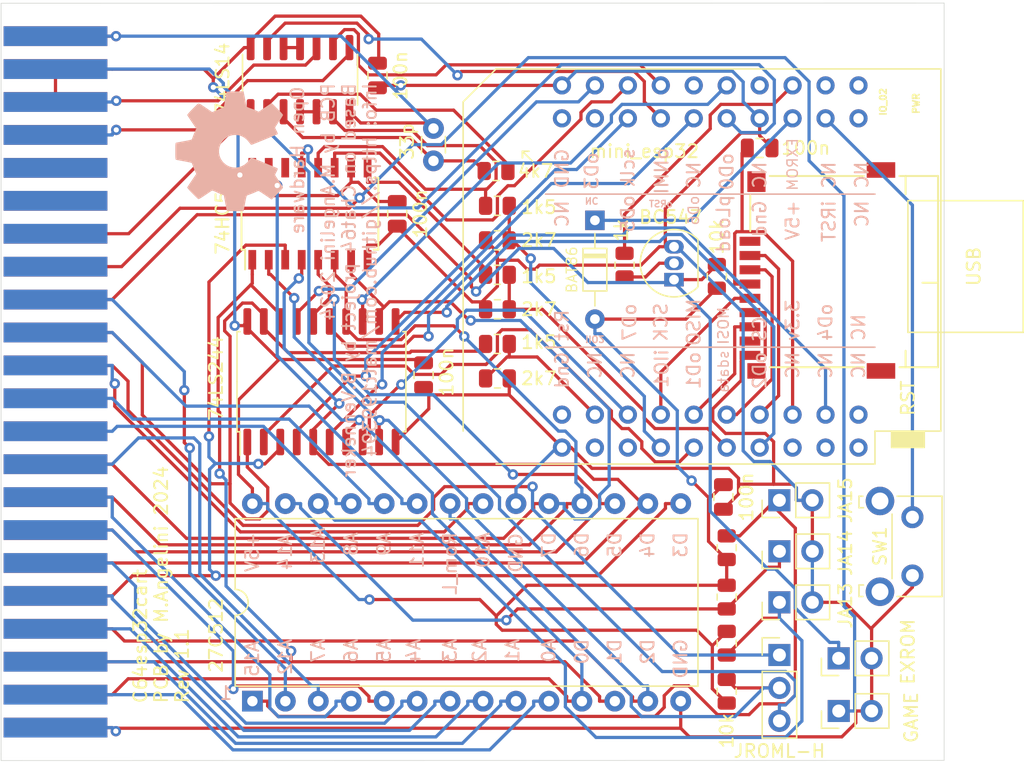
<source format=kicad_pcb>
(kicad_pcb (version 20221018) (generator pcbnew)
  (title_block (title "c64ESP32cart") (date "2024-01-05") (company "PhNeutro"))
  (layers (0 "F.Cu" signal) (31 "B.Cu" signal) (34 "B.Paste" user) (35 "F.Paste" user) (36 "B.SilkS" user "B.Silkscreen") (37 "F.SilkS" user "F.Silkscreen") (38 "B.Mask" user) (39 "F.Mask" user) (44 "Edge.Cuts" user))
  (net 0 "")
  (net 1 "GND")
  (net 2 "oRST")
  (net 3 "+5V")
  (net 4 "iRST")
  (net 5 "D0")
  (net 6 "D1")
  (net 7 "D2")
  (net 8 "D3")
  (net 9 "D4")
  (net 10 "D5")
  (net 11 "D6")
  (net 12 "D7")
  (net 13 "IO2")
  (net 14 "IO1")
  (net 15 "oD5")
  (net 16 "+3.3V")
  (net 17 "oD6")
  (net 18 "Net-(D2-K)")
  (net 19 "oD1")
  (net 21 "oD0")
  (net 22 "sdata")
  (net 23 "oD7")
  (net 24 "oD4")
  (net 25 "oD3")
  (net 26 "pload")
  (net 27 "oD2")
  (net 28 "A9")
  (net 29 "A8")
  (net 30 "A5")
  (net 31 "A6")
  (net 32 "A7")
  (net 33 "A0")
  (net 34 "A1")
  (net 35 "A2")
  (net 36 "A3")
  (net 37 "A4")
  (net 38 "A10")
  (net 39 "A11")
  (net 40 "A12")
  (net 41 "ROM-L")
  (net 42 "CS")
  (net 43 "oNMI")
  (net 44 "sclk")
  (net 45 "MOSI")
  (net 46 "SCK")
  (net 47 "MISO")
  (net 49 "GAME")
  (net 50 "EXROM")
  (net 51 "A13")
  (net 52 "A14")
  (net 53 "A15")
  (net 54 "Net-(J9-Pin_2)")
  (net 55 "ROM-H")
  (net 56 "Net-(U4-Latch)")
  (net 57 "Net-(U4-Q7)")
  (net 58 "Net-(Q1-B)")
  (net 64 "Net-(U1-{slash}RESET)")
  (net 65 "Net-(U1-{slash}NMI)")
  (net 74 "IO_02")
  (net 75 "iIO2")
  (net 78 "iIO1")
  (net 81 "Net-(C1-Pad1)")
  (net 82 "Net-(U7-Pad4)")
  (net 83 "Net-(U7-Pad11)")
  (net 85 "Net-(R1-Pad2)")
  (footprint "Capacitor_SMD:C_0805_2012Metric" (layer "F.Cu") (at 128.27 102.87 -90)
    (fp_text reference "C4")
    (fp_text value "100n")
  )
  (footprint "Capacitor_SMD:C_0805_2012Metric" (layer "F.Cu") (at 126.238 90.424 -90)
    (fp_text reference "C3")
    (fp_text value "100n")
  )
  (footprint "KicadFootprints:C64-Cart-NoSilkS" (layer "F.Cu") (at 95.954 74.18 -90)
    (fp_text reference "U1" hide)
    (fp_text value "C64-Exp-Port" hide)
  )
  (footprint "Button_Switch_THT:SW_Tactile_SKHH_Angled" (layer "F.Cu") (at 165.955 113.828 -90)
    (fp_text reference "SW1")
    (fp_text value "Reset" hide)
  )
  (footprint "Package_DIP:DIP-28_W15.24mm" (layer "F.Cu") (at 115.072 128.021 90)
    (fp_text reference "U6")
    (fp_text value "27C512")
  )
  (footprint "Resistor_SMD:R_0805_2012Metric" (layer "F.Cu") (at 151.638 127.254 90)
    (fp_text reference "R8")
    (fp_text value "10k")
  )
  (footprint "Resistor_SMD:R_0805_2012Metric" (layer "F.Cu") (at 133.9615 89.8063 180)
    (fp_text reference "R2")
    (fp_text value "1k5")
  )
  (footprint "Capacitor_SMD:C_0805_2012Metric" (layer "F.Cu") (at 124.714 79.756 -90)
    (fp_text reference "C5")
    (fp_text value "100n")
  )
  (footprint "Diode_THT:D_DO-34_SOD68_P7.62mm_Horizontal" (layer "F.Cu") (at 141.478 90.927 -90)
    (fp_text reference "D2")
    (fp_text value "BAT86")
  )
  (footprint "Connector_PinHeader_2.54mm:PinHeader_1x02_P2.54mm_Vertical" (layer "F.Cu") (at 155.702 116.459 90)
    (fp_text reference "J5")
    (fp_text value "JA14")
  )
  (footprint "Resistor_SMD:R_0805_2012Metric" (layer "F.Cu") (at 151.638 123.5475 -90)
    (fp_text reference "R9")
    (fp_text value "10k")
  )
  (footprint "Resistor_SMD:R_0805_2012Metric" (layer "F.Cu") (at 151.638 119.9915 -90)
    (fp_text reference "R10")
    (fp_text value "10k")
  )
  (footprint "Package_SO:SOIC-20W_7.5x12.8mm_P1.27mm" (layer "F.Cu") (at 120.396 103.378 90)
    (fp_text reference "U3")
    (fp_text value "74LS244")
  )
  (footprint "Capacitor_SMD:C_0805_2012Metric" (layer "F.Cu") (at 151.384 112.268 -90)
    (fp_text reference "C2")
    (fp_text value "100n")
  )
  (footprint "Package_SO:SOIC-14_3.9x8.7mm_P1.27mm" (layer "F.Cu") (at 118.745 80.075 90)
    (fp_text reference "U7")
    (fp_text value "74LS14")
  )
  (footprint "Resistor_SMD:R_0805_2012Metric" (layer "F.Cu") (at 133.9615 100.4628)
    (fp_text reference "R6")
    (fp_text value "1k5")
  )
  (footprint "Resistor_SMD:R_0805_2012Metric" (layer "F.Cu") (at 143.764 94.3845 -90)
    (fp_text reference "R13")
    (fp_text value "1k")
  )
  (footprint "Capacitor_THT:C_Disc_D3.0mm_W1.6mm_P2.50mm" (layer "F.Cu") (at 129.032 86.34 90)
    (fp_text reference "C1")
    (fp_text value "33p")
  )
  (footprint "Resistor_SMD:R_0805_2012Metric" (layer "F.Cu") (at 133.858 87.122)
    (fp_text reference "R1")
    (fp_text value "4k7")
  )
  (footprint "Resistor_SMD:R_0805_2012Metric" (layer "F.Cu") (at 133.9615 92.4675 180)
    (fp_text reference "R3")
    (fp_text value "2k7")
  )
  (footprint "Resistor_SMD:R_0805_2012Metric" (layer "F.Cu") (at 133.9615 97.79 180)
    (fp_text reference "R5")
    (fp_text value "2k7")
  )
  (footprint "Capacitor_SMD:C_0805_2012Metric" (layer "F.Cu") (at 154.178 85.344)
    (fp_text reference "C6")
    (fp_text value "100n")
  )
  (footprint "Resistor_SMD:R_0805_2012Metric" (layer "F.Cu") (at 151.638 116.1815 90)
    (fp_text reference "R11")
    (fp_text value "10k")
  )
  (footprint "Resistor_SMD:R_0805_2012Metric" (layer "F.Cu") (at 150.876 95.25 -90)
    (fp_text reference "R12")
    (fp_text value "10k")
  )
  (footprint "ESP32_mini:ESP32_mini" (layer "F.Cu") (at 150.368 94.488 90)
    (fp_text reference "U5")
    (fp_text value "mini_esp32")
  )
  (footprint "Symbol:OSHW-Logo2_14.6x12mm_SilkScreen" (layer "F.Cu") (at 114.685379 85.598001 90)
    (fp_text reference "LOGO1" hide)
    (fp_text value "Logo_Open_Hardware_Small" hide)
  )
  (footprint "Connector_PinHeader_2.54mm:PinHeader_1x02_P2.54mm_Vertical" (layer "F.Cu") (at 155.702 120.396 90)
    (fp_text reference "J4")
    (fp_text value "JA13")
  )
  (footprint "Connector_PinHeader_2.54mm:PinHeader_1x03_P2.54mm_Vertical" (layer "F.Cu") (at 155.702 124.46)
    (fp_text reference "J9")
    (fp_text value "JROML-H")
  )
  (footprint "Connector_PinHeader_2.54mm:PinHeader_1x02_P2.54mm_Vertical" (layer "F.Cu") (at 160.274 128.778 90)
    (fp_text reference "J2")
    (fp_text value "GAME")
  )
  (footprint "Connector_PinHeader_2.54mm:PinHeader_1x02_P2.54mm_Vertical" (layer "F.Cu") (at 155.697 112.522 90)
    (fp_text reference "J6")
    (fp_text value "JA15")
  )
  (footprint "Connector_PinHeader_2.54mm:PinHeader_1x02_P2.54mm_Vertical" (layer "F.Cu") (at 160.269 124.714 90)
    (fp_text reference "J3")
    (fp_text value "EXROM")
  )
  (footprint "microSD:J_SD_Card-micro_socket_A" (layer "F.Cu") (at 160.4524 95.758 -90)
    (fp_text reference "J1")
    (fp_text value "Micro_SD_Card" hide)
  )
  (footprint "Package_TO_SOT_THT:TO-92_Inline" (layer "F.Cu") (at 147.574 95.504 90)
    (fp_text reference "Q1")
    (fp_text value "BC547")
  )
  (footprint "Resistor_SMD:R_0805_2012Metric" (layer "F.Cu") (at 133.9615 103.124)
    (fp_text reference "R7")
    (fp_text value "2k7")
  )
  (footprint "Package_SO:SOIC-16W_5.3x10.2mm_P1.27mm" (layer "F.Cu") (at 119.507 90.418 90)
    (fp_text reference "U4")
    (fp_text value "74HC597")
  )
  (footprint "Resistor_SMD:R_0805_2012Metric" (layer "F.Cu") (at 133.9615 95.1288 180)
    (fp_text reference "R4")
    (fp_text value "1k5")
  )
  (gr_line (start 163.068 100.715) (end 137.668 100.715) (stroke (width 0.12)) (layer "B.SilkS"))
  (gr_line (start 163.068 88.904) (end 137.668 88.904) (stroke (width 0.12)) (layer "B.SilkS"))
  (gr_line (start 135.89 85.598) (end 136.398 85.598) (stroke (width 0.12)) (layer "F.SilkS"))
  (gr_line (start 135.89 85.598) (end 136.652 86.36) (stroke (width 0.12)) (layer "F.SilkS"))
  (gr_line (start 135.89 85.598) (end 135.89 86.106) (stroke (width 0.12)) (layer "F.SilkS"))
  (gr_line (start 135.89 86.106) (end 135.89 85.598) (stroke (width 0.12)) (layer "F.SilkS"))
  (gr_line (start 95.7 132.6) (end 95.7 132.092) (stroke (width 0.05)) (layer "Edge.Cuts"))
  (gr_line (start 95.7 74.18) (end 168.402 74.168) (stroke (width 0.05)) (layer "Edge.Cuts"))
  (gr_line (start 168.402 132.588) (end 95.7 132.6) (stroke (width 0.05)) (layer "Edge.Cuts"))
  (gr_line (start 168.402 74.168) (end 168.402 132.588) (stroke (width 0.05)) (layer "Edge.Cuts"))
  (gr_line (start 95.7 74.18) (end 95.7 132.092) (stroke (width 0.05)) (layer "Edge.Cuts"))
  (gr_text "NC" (at 141.224 89.408 180) (layer "B.SilkS") (effects (font (size 0.5 0.5) (thickness 0.1) bold) (justify mirror)))
  (gr_text "NC" (at 161.798 99.191 90) (layer "B.SilkS") (effects (font (size 1 1)) (justify mirror)))
  (gr_text "Gnd" (at 138.938 102.488952 90) (layer "B.SilkS") (effects (font (size 1 1)) (justify mirror)))
  (gr_text "iRST" (at 159.512 90.999428 90) (layer "B.SilkS") (effects (font (size 1 1)) (justify mirror)))
  (gr_text "+5V" (at 156.718 90.928 90) (layer "B.SilkS") (effects (font (size 1 1)) (justify mirror)))
  (gr_text "A0" (at 137.922 124.134571 90) (layer "B.SilkS") (effects (font (size 1 1)) (justify mirror)))
  (gr_text "A1" (at 135.128 124.134571 90) (layer "B.SilkS") (effects (font (size 1 1)) (justify mirror)))
  (gr_text "D4" (at 145.542 115.974762 90) (layer "B.SilkS") (effects (font (size 1 1)) (justify mirror)))
  (gr_text "Gnd" (at 154.178 90.808952 90) (layer "B.SilkS") (effects (font (size 1 1)) (justify mirror)))
  (gr_text "NC" (at 149.098 87.435429 90) (layer "B.SilkS") (effects (font (size 1 1)) (justify mirror)))
  (gr_text "D5" (at 143.002 115.974762 90) (layer "B.SilkS") (effects (font (size 1 1)) (justify mirror)))
  (gr_text "NC" (at 154.178 87.435429 90) (layer "B.SilkS") (effects (font (size 1 1)) (justify mirror)))
  (gr_text "A11" (at 127.762 116.379524 90) (layer "B.SilkS") (effects (font (size 1 1)) (justify mirror)))
  (gr_text "oD2" (at 154.178 102.512762 90) (layer "B.SilkS") (effects (font (size 1 1)) (justify mirror)))
  (gr_text "pLoad" (at 151.384 91.186 90) (layer "B.SilkS") (effects (font (size 1 1)) (justify mirror)))
  (gr_text "D1" (at 143.002 124.206 90) (layer "B.SilkS") (effects (font (size 1 1)) (justify mirror)))
  (gr_text "A6" (at 122.682 124.134571 90) (layer "B.SilkS") (effects (font (size 1 1)) (justify mirror)))
  (gr_text "3.3v" (at 156.718 98.643381 90) (layer "B.SilkS") (effects (font (size 1 1)) (justify mirror)))
  (gr_text "A4" (at 127.508 124.134571 90) (layer "B.SilkS") (effects (font (size 1 1)) (justify mirror)))
  (gr_text "NC" (at 161.798 102.108 90) (layer "B.SilkS") (effects (font (size 1 1)) (justify mirror)))
  (gr_text "EXROM" (at 156.718 86.614 90) (layer "B.SilkS") (effects (font (size 0.8 0.8) (thickness 0.1)) (justify mirror)))
  (gr_text "D6" (at 140.462 115.974762 90) (layer "B.SilkS") (effects (font (size 1 1)) (justify mirror)))
  (gr_text "iIO1" (at 146.6214 102.362 90) (layer "B.SilkS") (effects (font (size 1 1)) (justify mirror)))
  (gr_text "NC" (at 162.052 90.428 90) (layer "B.SilkS") (effects (font (size 1 1)) (justify mirror)))
  (gr_text "MOSI" (at 151.384 99.06 90) (layer "B.SilkS") (effects (font (size 0.8 0.8) (thickness 0.12)) (justify mirror)))
  (gr_text "NC" (at 159.512 87.435429 90) (layer "B.SilkS") (effects (font (size 1 1)) (justify mirror)))
  (gr_text "MISO" (at 149.098 98.786238 90) (layer "B.SilkS") (effects (font (size 1 1)) (justify mirror)))
  (gr_text "oD1" (at 149.098 102.512762 90) (layer "B.SilkS") (effects (font (size 1 1)) (justify mirror)))
  (gr_text "oD5" (at 144.018 90.424 90) (layer "B.SilkS") (effects (font (size 1 1)) (justify mirror)))
  (gr_text "NC" (at 156.718 102.108 90) (layer "B.SilkS") (effects (font (size 1 1)) (justify mirror)))
  (gr_text "NC" (at 144.018 102.108 90) (layer "B.SilkS") (effects (font (size 1 1)) (justify mirror)))
  (gr_text "A10" (at 132.842 116.379524 90) (layer "B.SilkS") (effects (font (size 1 1)) (justify mirror)))
  (gr_text "NC" (at 162.052 87.435429 90) (layer "B.SilkS") (effects (font (size 1 1)) (justify mirror)))
  (gr_text "A3" (at 130.302 124.134571 90) (layer "B.SilkS") (effects (font (size 1 1)) (justify mirror)))
  (gr_text "A15" (at 115.062 124.753619 90) (layer "B.SilkS") (effects (font (size 1 1)) (justify mirror)))
  (gr_text "A13" (at 120.142 116.022381 90) (layer "B.SilkS") (effects (font (size 1 1)) (justify mirror)))
  (gr_text "iIO2" (at 141.478 100.076 180) (layer "B.SilkS") (effects (font (size 0.5 0.5) (thickness 0.1) bold) (justify mirror)))
  (gr_text "oD7" (at 144.145 98.786238 90) (layer "B.SilkS") (effects (font (size 1 1)) (justify mirror)))
  (gr_text "sclk" (at 144.018 86.88781 90) (layer "B.SilkS") (effects (font (size 1 1)) (justify mirror)))
  (gr_text "oD4" (at 159.258 98.786238 90) (layer "B.SilkS") (effects (font (size 1 1)) (justify mirror)))
  (gr_text "Rom_L" (at 130.302 117.403333 90) (layer "B.SilkS") (effects (font (size 1 1)) (justify mirror)))
  (gr_text "A12" (at 117.602 124.610762 90) (layer "B.SilkS") (effects (font (size 1 1)) (justify mirror)))
  (gr_text "+5V" (at 115.062 116.522381 90) (layer "B.SilkS") (effects (font (size 1 1)) (justify mirror)))
  (gr_text "oD3" (at 141.224 87.122 90) (layer "B.SilkS") (effects (font (size 1 1)) (justify mirror)))
  (gr_text "oNMI" (at 146.6214 87.125905 90) (layer "B.SilkS") (effects (font (size 1 1)) (justify mirror)))
  (gr_text "D7" (at 137.922 115.974762 90) (layer "B.SilkS") (effects (font (size 1 1)) (justify mirror)))
  (gr_text "NC" (at 141.478 102.108 90) (layer "B.SilkS") (effects (font (size 1 1)) (justify mirror)))
  (gr_text "A5" (at 125.222 124.134571 90) (layer "B.SilkS") (effects (font (size 1 1)) (justify mirror)))
  (gr_text "D2" (at 145.542 124.206 90) (layer "B.SilkS") (effects (font (size 1 1)) (justify mirror)))
  (gr_text "GND" (at 148.082 124.753619 90) (layer "B.SilkS") (effects (font (size 1 1)) (justify mirror)))
  (gr_text "GND" (at 138.938 86.935429 90) (layer "B.SilkS") (effects (font (size 1 1)) (justify mirror)))
  (gr_text "GND" (at 135.382 116.586 90) (layer "B.SilkS") (effects (font (size 1 1)) (justify mirror)))
  (gr_text "oD0" (at 151.638 87.173524 90) (layer "B.SilkS") (effects (font (size 1 1)) (justify mirror)))
  (gr_text "A8" (at 122.682 115.903333 90) (layer "B.SilkS") (effects (font (size 1 1)) (justify mirror)))
  (gr_text "D3" (at 148.082 115.974762 90) (layer "B.SilkS") (effects (font (size 1 1)) (justify mirror)))
  (gr_text "SCK" (at 146.558 98.786238 90) (layer "B.SilkS") (effects (font (size 1 1)) (justify mirror)))
  (gr_text "D0" (at 140.462 124.206 90) (layer "B.SilkS") (effects (font (size 1 1)) (justify mirror)))
  (gr_text "NC" (at 138.938 90.428 90) (layer "B.SilkS") (effects (font (size 1 1)) (justify mirror)))
  (gr_text "NC" (at 159.258 102.108 90) (layer "B.SilkS") (effects (font (size 1 1)) (justify mirror)))
  (gr_text "A14" (at 117.602 116.522381 90) (layer "B.SilkS") (effects (font (size 1 1)) (justify mirror)))
  (gr_text "oRST" (at 146.558 89.662) (layer "B.SilkS") (effects (font (size 0.5 0.5) (thickness 0.1) bold) (justify mirror)))
  (gr_text "A2" (at 132.588 124.134571 90) (layer "B.SilkS") (effects (font (size 1 1)) (justify mirror)))
  (gr_text "1" (at 113.03 127.404762) (layer "B.SilkS") (effects (font (size 1 1)) (justify mirror)))
  (gr_text "CS" (at 154.178 99.314 90) (layer "B.SilkS") (effects (font (size 1 1)) (justify mirror)))
  (gr_text "PCB by M.Angelini 2024\nBased on Chat64 project by B.Venneker\nInfo: https://github.com/matt199394\n" (at 124.714 80.264 90) (layer "B.SilkS") (effects (font (size 1 1)) (justify left bottom mirror)))
  (gr_text "sdata" (at 151.384 102.616 90) (layer "B.SilkS") (effects (font (size 0.8 0.8) (thickness 0.1)) (justify mirror)))
  (gr_text "A7" (at 120.142 124.134571 90) (layer "B.SilkS") (effects (font (size 1 1)) (justify mirror)))
  (gr_text "Rst" (at 138.938 99.024333 90) (layer "B.SilkS") (effects (font (size 1 1)) (justify mirror)))
  (gr_text "oD6" (at 149.098 90.17 90) (layer "B.SilkS") (effects (font (size 0.8 0.8) (thickness 0.1)) (justify mirror)))
  (gr_text "A9" (at 125.222 115.903333 90) (layer "B.SilkS") (effects (font (size 1 1)) (justify mirror)))
  (gr_text "C64esp32cart\nPCB by M.Angelini 2024\nRev 1.1" (at 110.236 128.27 90) (layer "F.SilkS") (effects (font (size 1 1)) (justify left bottom)))
  (segment (start 154.6144 107.365) (end 151.547 107.365) (width 0.25) (layer "F.Cu") (net 1))
  (segment (start 138.938 80.518) (end 126.5099 80.518) (width 0.25) (layer "F.Cu") (net 1))
  (segment (start 133.9615 96.0167) (end 132.7593 97.2189) (width 0.25) (layer "F.Cu") (net 1))
  (segment (start 126.201 91.411) (end 126.238 91.374) (width 0.25) (layer "F.Cu") (net 1))
  (segment (start 132.7593 97.5003) (end 133.049 97.79) (width 0.25) (layer "F.Cu") (net 1))
  (segment (start 154.178 84.1953) (end 154.178 84.394) (width 0.25) (layer "F.Cu") (net 1))
  (segment (start 136.8898 94.6923) (end 137.1976 94.3845) (width 0.25) (layer "F.Cu") (net 1))
  (segment (start 162.814 125.9443) (end 162.814 128.778) (width 0.25) (layer "F.Cu") (net 1))
  (segment (start 128.6718 104.394) (end 128.6718 104.2218) (width 0.25) (layer "F.Cu") (net 1))
  (segment (start 126.111 108.028) (end 128.6718 105.4672) (width 0.25) (layer "F.Cu") (net 1))
  (segment (start 123.952 92.8427) (end 124.7693 92.8427) (width 0.25) (layer "F.Cu") (net 1))
  (segment (start 104.7693 130.1093) (end 104.5431 130.3355) (width 0.25) (layer "F.Cu") (net 1))
  (segment (start 104.2676 76.72) (end 104.5589 76.72) (width 0.25) (layer "F.Cu") (net 1))
  (segment (start 141.2471 110.0594) (end 139.6457 108.458) (width 0.25) (layer "F.Cu") (net 1))
  (segment (start 104.5431 130.3355) (end 104.2676 130.06) (width 0.25) (layer "F.Cu") (net 1))
  (segment (start 150.5618 106.3798) (end 150.5618 105.4734) (width 0.25) (layer "F.Cu") (net 1))
  (segment (start 148.092 130.1093) (end 148.092 129.1963) (width 0.25) (layer "F.Cu") (net 1))
  (segment (start 128.6718 104.394) (end 134.874 104.394) (width 0.25) (layer "F.Cu") (net 1))
  (segment (start 157.0117 112.522) (end 157.0117 111.5658) (width 0.25) (layer "F.Cu") (net 1))
  (segment (start 162.7593 122.4268) (end 165.955 119.2311) (width 0.25) (layer "F.Cu") (net 1))
  (segment (start 162.814 128.778) (end 161.5887 128.778) (width 0.25) (layer "F.Cu") (net 1))
  (segment (start 161.5887 128.778) (end 161.5887 129.697) (width 0.25) (layer "F.Cu") (net 1))
  (segment (start 162.809 122.4765) (end 162.809 124.1013) (width 0.25) (layer "F.Cu") (net 1))
  (segment (start 152.7557 103.2795) (end 152.7557 101.7927) (width 0.25) (layer "F.Cu") (net 1))
  (segment (start 154.6059 101.343) (end 154.6059 98.043) (width 0.25) (layer "F.Cu") (net 1))
  (segment (start 123.952 93.968) (end 123.952 92.8427) (width 0.25) (layer "F.Cu") (net 1))
  (segment (start 152.5508 110.8242) (end 151.786 110.0594) (width 0.25) (layer "F.Cu") (net 1))
  (segment (start 152.7291 84.1953) (end 154.178 84.1953) (width 0.25) (layer "F.Cu") (net 1))
  (segment (start 158.242 116.459) (end 158.242 113.7523) (width 0.25) (layer "F.Cu") (net 1))
  (segment (start 126.5099 80.518) (end 124.902 80.518) (width 0.25) (layer "F.Cu") (net 1))
  (segment (start 128.6718 105.4672) (end 128.6718 104.394) (width 0.25) (layer "F.Cu") (net 1))
  (segment (start 152.7557 101.7927) (end 153.2054 101.343) (width 0.25) (layer "F.Cu") (net 1))
  (segment (start 153.2054 101.343) (end 153.4306 101.343) (width 0.25) (layer "F.Cu") (net 1))
  (segment (start 148.755 130.7723) (end 148.092 130.1093) (width 0.25) (layer "F.Cu") (net 1))
  (segment (start 148.092 130.1093) (end 104.7693 130.1093) (width 0.25) (layer "F.Cu") (net 1))
  (segment (start 158.242 113.7523) (end 158.237 113.7473) (width 0.25) (layer "F.Cu") (net 1))
  (segment (start 145.0282 94.3845) (end 146.4487 92.964) (width 0.25) (layer "F.Cu") (net 1))
  (segment (start 153.4306 98.043) (end 154.6059 98.043) (width 0.25) (layer "F.Cu") (net 1))
  (segment (start 152.5508 112.0512) (end 152.5508 111.2833) (width 0.25) (layer "F.Cu") (net 1))
  (segment (start 133.9615 94.0033) (end 135.5585 94.0033) (width 0.25) (layer "F.Cu") (net 1))
  (segment (start 151.384 113.218) (end 152.5508 112.0512) (width 0.25) (layer "F.Cu") (net 1))
  (segment (start 160.5134 130.7723) (end 148.755 130.7723) (width 0.25) (layer "F.Cu") (net 1))
  (segment (start 162.809 125.9393) (end 162.814 125.9443) (width 0.25) (layer "F.Cu") (net 1))
  (segment (start 124.7693 92.8427) (end 126.201 91.411) (width 0.25) (layer "F.Cu") (net 1))
  (segment (start 162.809 124.714) (end 162.809 124.1013) (width 0.25) (layer "F.Cu") (net 1))
  (segment (start 165.955 119.2311) (end 165.955 118.328) (width 0.25) (layer "F.Cu") (net 1))
  (segment (start 138.938 108.458) (end 134.874 104.394) (width 0.25) (layer "F.Cu") (net 1))
  (segment (start 135.5585 94.0033) (end 136.2475 94.6923) (width 0.25) (layer "F.Cu") (net 1))
  (segment (start 152.5508 111.2833) (end 152.5508 110.8242) (width 0.25) (layer "F.Cu") (net 1))
  (segment (start 154.178 83.058) (end 154.178 84.1953) (width 0.25) (layer "F.Cu") (net 1))
  (segment (start 151.547 107.365) (end 150.5618 106.3798) (width 0.25) (layer "F.Cu") (net 1))
  (segment (start 133.9615 93.38) (end 133.049 92.4675) (width 0.25) (layer "F.Cu") (net 1))
  (segment (start 146.9069 92.964) (end 146.4487 92.964) (width 0.25) (layer "F.Cu") (net 1))
  (segment (start 162.809 124.714) (end 162.809 125.9393) (width 0.25) (layer "F.Cu") (net 1))
  (segment (start 157.0117 111.5658) (end 156.7292 111.2833) (width 0.25) (layer "F.Cu") (net 1))
  (segment (start 124.902 80.518) (end 124.714 80.706) (width 0.25) (layer "F.Cu") (net 1))
  (segment (start 161.5887 129.697) (end 160.5134 130.7723) (width 0.25) (layer "F.Cu") (net 1))
  (segment (start 158.242 120.396) (end 160.7285 120.396) (width 0.25) (layer "F.Cu") (net 1))
  (segment (start 155.2534 108.004) (end 154.6144 107.365) (width 0.25) (layer "F.Cu") (net 1))
  (segment (start 133.9615 94.0033) (end 133.9615 96.0167) (width 0.25) (layer "F.Cu") (net 1))
  (segment (start 128.6073 83.4153) (end 123.4203 83.4153) (width 0.25) (layer "F.Cu") (net 1))
  (segment (start 132.0088 97.2189) (end 126.201 91.411) (width 0.25) (layer "F.Cu") (net 1))
  (segment (start 153.4306 101.343) (end 154.6059 101.343) (width 0.25) (layer "F.Cu") (net 1))
  (segment (start 132.7593 97.2189) (end 132.7593 97.5003) (width 0.25) (layer "F.Cu") (net 1))
  (segment (start 139.6457 108.458) (end 138.938 108.458) (width 0.25) (layer "F.Cu") (net 1))
  (segment (start 158.237 112.522) (end 157.0117 112.522) (width 0.25) (layer "F.Cu") (net 1))
  (segment (start 128.6718 104.2218) (end 128.27 103.82) (width 0.25) (layer "F.Cu") (net 1))
  (segment (start 137.1976 94.3845) (end 145.0282 94.3845) (width 0.25) (layer "F.Cu") (net 1))
  (segment (start 158.237 112.522) (end 158.237 113.7473) (width 0.25) (layer "F.Cu") (net 1))
  (segment (start 123.4203 83.4153) (end 122.555 82.55) (width 0.25) (layer "F.Cu") (net 1))
  (segment (start 155.2534 111.2833) (end 152.5508 111.2833) (width 0.25) (layer "F.Cu") (net 1))
  (segment (start 99.8923 76.72) (end 104.2676 76.72) (width 0.25) (layer "F.Cu") (net 1))
  (segment (start 99.8923 130.06) (end 104.2676 130.06) (width 0.25) (layer "F.Cu") (net 1))
  (segment (start 156.7292 111.2833) (end 155.2534 111.2833) (width 0.25) (layer "F.Cu") (net 1))
  (segment (start 134.874 104.394) (end 134.874 103.124) (width 0.25) (layer "F.Cu") (net 1))
  (segment (start 162.7593 122.4268) (end 162.809 122.4765) (width 0.25) (layer "F.Cu") (net 1))
  (segment (start 133.9615 94.0033) (end 133.9615 93.38) (width 0.25) (layer "F.Cu") (net 1))
  (segment (start 151.786 110.0594) (end 141.2471 110.0594) (width 0.25) (layer "F.Cu") (net 1))
  (segment (start 154.178 84.394) (end 155.128 85.344) (width 0.25) (layer "F.Cu") (net 1))
  (segment (start 136.2475 94.6923) (end 136.8898 94.6923) (width 0.25) (layer "F.Cu") (net 1))
  (segment (start 148.092 128.021) (end 148.092 129.1963) (width 0.25) (layer "F.Cu") (net 1))
  (segment (start 129.032 83.84) (end 128.6073 83.4153) (width 0.25) (layer "F.Cu") (net 1))
  (segment (start 146.9069 92.964) (end 146.9069 90.0175) (width 0.25) (layer "F.Cu") (net 1))
  (segment (start 150.5618 105.4734) (end 152.7557 103.2795) (width 0.25) (layer "F.Cu") (net 1))
  (segment (start 146.9069 90.0175) (end 152.7291 84.1953) (width 0.25) (layer "F.Cu") (net 1))
  (segment (start 155.2534 111.2833) (end 155.2534 108.004) (width 0.25) (layer "F.Cu") (net 1))
  (segment (start 147.574 92.964) (end 146.9069 92.964) (width 0.25) (layer "F.Cu") (net 1))
  (segment (start 132.7593 97.2189) (end 132.0088 97.2189) (width 0.25) (layer "F.Cu") (net 1))
  (segment (start 160.7285 120.396) (end 162.7593 122.4268) (width 0.25) (layer "F.Cu") (net 1))
  (via (at 126.5099 80.518) (size 0.8) (drill 0.4) (layers "F.Cu" "B.Cu") (net 1))
  (via (at 104.5431 130.3355) (size 0.8) (drill 0.4) (layers "F.Cu" "B.Cu") (net 1))
  (via (at 104.5589 76.72) (size 0.8) (drill 0.4) (layers "F.Cu" "B.Cu") (net 1))
  (segment (start 126.11 80.9179) (end 121.912 76.72) (width 0.25) (layer "B.Cu") (net 1))
  (segment (start 147.8024 92.964) (end 152.908 98.0696) (width 0.25) (layer "B.Cu") (net 1))
  (segment (start 135.392 112.781) (end 135.392 111.6057) (width 0.25) (layer "B.Cu") (net 1))
  (segment (start 104.2676 76.72) (end 104.5589 76.72) (width 0.25) (layer "B.Cu") (net 1))
  (segment (start 138.938 80.518) (end 140.0354 79.4206) (width 0.25) (layer "B.Cu") (net 1))
  (segment (start 153.7314 109.5334) (end 154.9793 109.5334) (width 0.25) (layer "B.Cu") (net 1))
  (segment (start 104.2676 130.06) (end 104.5431 130.3355) (width 0.25) (layer "B.Cu") (net 1))
  (segment (start 152.908 98.0696) (end 152.908 108.71) (width 0.25) (layer "B.Cu") (net 1))
  (segment (start 152.0798 79.4206) (end 152.908 80.2488) (width 0.25) (layer "B.Cu") (net 1))
  (segment (start 157.0117 111.5658) (end 157.0117 112.522) (width 0.25) (layer "B.Cu") (net 1))
  (segment (start 154.9793 109.5334) (end 157.0117 111.5658) (width 0.25) (layer "B.Cu") (net 1))
  (segment (start 158.242 120.396) (end 158.242 116.459) (width 0.25) (layer "B.Cu") (net 1))
  (segment (start 99.8923 76.72) (end 104.2676 76.72) (width 0.25) (layer "B.Cu") (net 1))
  (segment (start 147.574 92.964) (end 147.8024 92.964) (width 0.25) (layer "B.Cu") (net 1))
  (segment (start 138.5397 108.458) (end 135.392 111.6057) (width 0.25) (layer "B.Cu") (net 1))
  (segment (start 152.908 81.788) (end 154.178 83.058) (width 0.25) (layer "B.Cu") (net 1))
  (segment (start 140.0354 79.4206) (end 152.0798 79.4206) (width 0.25) (layer "B.Cu") (net 1))
  (segment (start 152.908 108.71) (end 153.7314 109.5334) (width 0.25) (layer "B.Cu") (net 1))
  (segment (start 99.8923 130.06) (end 104.2676 130.06) (width 0.25) (layer "B.Cu") (net 1))
  (segment (start 138.938 108.458) (end 138.5397 108.458) (width 0.25) (layer "B.Cu") (net 1))
  (segment (start 158.237 112.522) (end 157.0117 112.522) (width 0.25) (layer "B.Cu") (net 1))
  (segment (start 126.11 80.9179) (end 126.5099 80.518) (width 0.25) (layer "B.Cu") (net 1))
  (segment (start 152.908 80.2488) (end 152.908 81.788) (width 0.25) (layer "B.Cu") (net 1))
  (segment (start 129.032 83.84) (end 126.11 80.9179) (width 0.25) (layer "B.Cu") (net 1))
  (segment (start 121.912 76.72) (end 104.5589 76.72) (width 0.25) (layer "B.Cu") (net 1))
  (segment (start 131.1733 79.4426) (end 130.8847 79.7312) (width 0.25) (layer "F.Cu") (net 2))
  (segment (start 146.558 83.058) (end 145.288 81.788) (width 0.25) (layer "F.Cu") (net 2))
  (segment (start 124.0347 76.6164) (end 123.1331 75.7148) (width 0.25) (layer "F.Cu") (net 2))
  (segment (start 145.288 80.216) (end 144.5146 79.4426) (width 0.25) (layer "F.Cu") (net 2))
  (segment (start 116.205 77.1058) (end 116.205 77.6) (width 0.25) (layer "F.Cu") (net 2))
  (segment (start 123.1331 75.7148) (end 117.596 75.7148) (width 0.25) (layer "F.Cu") (net 2))
  (segment (start 145.288 81.788) (end 145.288 80.216) (width 0.25) (layer "F.Cu") (net 2))
  (segment (start 117.596 75.7148) (end 116.205 77.1058) (width 0.25) (layer "F.Cu") (net 2))
  (segment (start 144.5146 79.4426) (end 131.1733 79.4426) (width 0.25) (layer "F.Cu") (net 2))
  (segment (start 124.0347 76.9445) (end 124.0347 76.6164) (width 0.25) (layer "F.Cu") (net 2))
  (via (at 130.8847 79.7312) (size 0.8) (drill 0.4) (layers "F.Cu" "B.Cu") (net 2))
  (via (at 124.0347 76.9445) (size 0.8) (drill 0.4) (layers "F.Cu" "B.Cu") (net 2))
  (segment (start 124.0347 76.9445) (end 128.098 76.9445) (width 0.25) (layer "B.Cu") (net 2))
  (segment (start 128.098 76.9445) (end 130.8847 79.7312) (width 0.25) (layer "B.Cu") (net 2))
  (segment (start 124.714 78.806) (end 124.81 78.71) (width 0.25) (layer "F.Cu") (net 3))
  (segment (start 99.8923 79.26) (end 104.2676 79.26) (width 0.25) (layer "F.Cu") (net 3))
  (segment (start 124.0968 120.182) (end 132.6051 120.182) (width 0.25) (layer "F.Cu") (net 3))
  (segment (start 116.5297 89.0174) (end 121.6579 89.0174) (width 0.25) (layer "F.Cu") (net 3))
  (segment (start 128.0163 101.6663) (end 117.1204 101.6663) (width 0.25) (layer "F.Cu") (net 3))
  (segment (start 114.935 77.0622) (end 114.935 77.6) (width 0.25) (layer "F.Cu") (net 3))
  (segment (start 123.2409 87.9933) (end 122.682 87.9933) (width 0.25) (layer "F.Cu") (net 3))
  (segment (start 150.3123 112.3897) (end 151.384 111.318) (width 0.25) (layer "F.Cu") (net 3))
  (segment (start 149.3346 122.547) (end 150.5303 123.7427) (width 0.25) (layer "F.Cu") (net 3))
  (segment (start 99.8923 81.8) (end 99.8923 79.26) (width 0.25) (layer "F.Cu") (net 3))
  (segment (start 112.0564 80.6657) (end 112.0564 79.9878) (width 0.25) (layer "F.Cu") (net 3))
  (segment (start 148.4915 98.547) (end 141.478 98.547) (width 0.25) (layer "F.Cu") (net 3))
  (segment (start 122.682 86.868) (end 122.682 87.9933) (width 0.25) (layer "F.Cu") (net 3))
  (segment (start 116.8237 75.1735) (end 114.935 77.0622) (width 0.25) (layer "F.Cu") (net 3))
  (segment (start 115.062 87.4306) (end 114.109 87.4306) (width 0.25) (layer "F.Cu") (net 3))
  (segment (start 134.3279 122.547) (end 149.3346 122.547) (width 0.25) (layer "F.Cu") (net 3))
  (segment (start 115.062 86.868) (end 115.062 87.4306) (width 0.25) (layer "F.Cu") (net 3))
  (segment (start 123.4319 75.1735) (end 116.8237 75.1735) (width 0.25) (layer "F.Cu") (net 3))
  (segment (start 113.9992 104.7875) (end 117.106 101.6807) (width 0.25) (layer "F.Cu") (net 3))
  (segment (start 150.2364 112.4656) (end 150.3123 112.3897) (width 0.25) (layer "F.Cu") (net 3))
  (segment (start 151.638 122.635) (end 150.5303 123.7427) (width 0.25) (layer "F.Cu") (net 3))
  (segment (start 115.062 87.4306) (end 115.062 87.5497) (width 0.25) (layer "F.Cu") (net 3))
  (segment (start 114.4774 99.0521) (end 117.106 101.6807) (width 0.25) (layer "F.Cu") (net 3))
  (segment (start 150.2364 115.6924) (end 150.2364 112.4656) (width 0.25) (layer "F.Cu") (net 3))
  (segment (start 121.6579 89.0174) (end 122.682 87.9933) (width 0.25) (layer "F.Cu") (net 3))
  (segment (start 112.0564 79.9878) (end 111.3286 79.26) (width 0.25) (layer "F.Cu") (net 3))
  (segment (start 133.8737 122.0928) (end 134.3279 122.547) (width 0.25) (layer "F.Cu") (net 3))
  (segment (start 150.876 96.1625) (end 148.4915 98.547) (width 0.25) (layer "F.Cu") (net 3))
  (segment (start 126.238 89.474) (end 124.7216 89.474) (width 0.25) (layer "F.Cu") (net 3))
  (segment (start 114.681 98.728) (end 114.4774 98.9316) (width 0.25) (layer "F.Cu") (net 3))
  (segment (start 117.1204 101.6663) (end 117.106 101.6807) (width 0.25) (layer "F.Cu") (net 3))
  (segment (start 115.072 112.781) (end 115.072 111.6057) (width 0.25) (layer "F.Cu") (net 3))
  (segment (start 124.81 78.71) (end 124.81 76.5516) (width 0.25) (layer "F.Cu") (net 3))
  (segment (start 150.5303 123.7427) (end 150.5303 127.0588) (width 0.25) (layer "F.Cu") (net 3))
  (segment (start 148.9293 111.0067) (end 150.3123 112.3897) (width 0.25) (layer "F.Cu") (net 3))
  (segment (start 111.3286 79.26) (end 104.2676 79.26) (width 0.25) (layer "F.Cu") (net 3))
  (segment (start 114.4774 98.9316) (end 114.4774 99.0521) (width 0.25) (layer "F.Cu") (net 3))
  (segment (start 114.4774 99.0521) (end 113.7092 99.0521) (width 0.25) (layer "F.Cu") (net 3))
  (segment (start 113.9992 110.5329) (end 113.9992 104.7875) (width 0.25) (layer "F.Cu") (net 3))
  (segment (start 112.0564 79.9878) (end 114.4442 77.6) (width 0.25) (layer "F.Cu") (net 3))
  (segment (start 132.6051 120.182) (end 133.8737 121.4506) (width 0.25) (layer "F.Cu") (net 3))
  (segment (start 124.7216 89.474) (end 123.2409 87.9933) (width 0.25) (layer "F.Cu") (net 3))
  (segment (start 124.81 76.5516) (end 123.4319 75.1735) (width 0.25) (layer "F.Cu") (net 3))
  (segment (start 115.072 111.6057) (end 113.9992 110.5329) (width 0.25) (layer "F.Cu") (net 3))
  (segment (start 150.5303 127.0588) (end 151.638 128.1665) (width 0.25) (layer "F.Cu") (net 3))
  (segment (start 128.27 101.92) (end 128.0163 101.6663) (width 0.25) (layer "F.Cu") (net 3))
  (segment (start 114.4442 77.6) (end 114.935 77.6) (width 0.25) (layer "F.Cu") (net 3))
  (segment (start 151.638 117.094) (end 151.638 119.079) (width 0.25) (layer "F.Cu") (net 3))
  (segment (start 136.2453 119.079) (end 133.8737 121.4506) (width 0.25) (layer "F.Cu") (net 3))
  (segment (start 133.8737 121.4506) (end 133.8737 122.0928) (width 0.25) (layer "F.Cu") (net 3))
  (segment (start 151.638 119.079) (end 136.2453 119.079) (width 0.25) (layer "F.Cu") (net 3))
  (segment (start 151.638 117.094) (end 150.2364 115.6924) (width 0.25) (layer "F.Cu") (net 3))
  (segment (start 115.062 87.5497) (end 116.5297 89.0174) (width 0.25) (layer "F.Cu") (net 3))
  (via (at 114.109 87.4306) (size 0.8) (drill 0.4) (layers "F.Cu" "B.Cu") (net 3))
  (via (at 148.9293 111.0067) (size 0.8) (drill 0.4) (layers "F.Cu" "B.Cu") (net 3))
  (via (at 112.0564 80.6657) (size 0.8) (drill 0.4) (layers "F.Cu" "B.Cu") (net 3))
  (via (at 124.0968 120.182) (size 0.8) (drill 0.4) (layers "F.Cu" "B.Cu") (net 3))
  (via (at 113.7092 99.0521) (size 0.8) (drill 0.4) (layers "F.Cu" "B.Cu") (net 3))
  (segment (start 141.478 98.547) (end 141.478 99.6723) (width 0.25) (layer "B.Cu") (net 3))
  (segment (start 147.828 105.6003) (end 147.828 109.9054) (width 0.25) (layer "B.Cu") (net 3))
  (segment (start 141.478 99.6723) (end 141.9 99.6723) (width 0.25) (layer "B.Cu") (net 3))
  (segment (start 113.9663 82.5756) (end 112.0564 80.6657) (width 0.25) (layer "B.Cu") (net 3))
  (segment (start 147.828 109.9054) (end 148.9293 111.0067) (width 0.25) (layer "B.Cu") (net 3))
  (segment (start 116.2473 113.1483) (end 123.281 120.182) (width 0.25) (layer "B.Cu") (net 3))
  (segment (start 113.7092 99.0521) (end 113.7092 87.6877) (width 0.25) (layer "B.Cu") (net 3))
  (segment (start 113.9663 87.4306) (end 113.9663 82.5756) (width 0.25) (layer "B.Cu") (net 3))
  (segment (start 141.9 99.6723) (end 147.828 105.6003) (width 0.25) (layer "B.Cu") (net 3))
  (segment (start 113.7092 87.6877) (end 113.9663 87.4306) (width 0.25) (layer "B.Cu") (net 3))
  (segment (start 116.2473 112.781) (end 116.2473 113.1483) (width 0.25) (layer "B.Cu") (net 3))
  (segment (start 115.072 112.781) (end 116.2473 112.781) (width 0.25) (layer "B.Cu") (net 3))
  (segment (start 123.281 120.182) (end 124.0968 120.182) (width 0.25) (layer "B.Cu") (net 3))
  (segment (start 114.109 87.4306) (end 113.9663 87.4306) (width 0.25) (layer "B.Cu") (net 3))
  (segment (start 159.258 83.058) (end 165.955 89.755) (width 0.25) (layer "B.Cu") (net 4))
  (segment (start 165.955 89.755) (end 165.955 113.828) (width 0.25) (layer "B.Cu") (net 4))
  (segment (start 116.332 87.9933) (end 116.7378 87.9933) (width 0.25) (layer "F.Cu") (net 5))
  (segment (start 116.7378 87.9933) (end 116.9857 88.2412) (width 0.25) (layer "F.Cu") (net 5))
  (segment (start 99.8923 127.52) (end 104.2676 127.52) (width 0.25) (layer "F.Cu") (net 5))
  (segment (start 122.301 108.028) (end 122.301 107.3385) (width 0.25) (layer "F.Cu") (net 5))
  (segment (start 116.332 86.868) (end 116.332 87.9933) (width 0.25) (layer "F.Cu") (net 5))
  (segment (start 104.2676 127.52) (end 105.4949 126.2927) (width 0.25) (layer "F.Cu") (net 5))
  (segment (start 140.472 128.021) (end 139.2967 128.021) (width 0.25) (layer "F.Cu") (net 5))
  (segment (start 105.4949 126.2927) (end 137.9357 126.2927) (width 0.25) (layer "F.Cu") (net 5))
  (segment (start 139.2967 127.6537) (end 139.2967 128.021) (width 0.25) (layer "F.Cu") (net 5))
  (segment (start 137.9357 126.2927) (end 139.2967 127.6537) (width 0.25) (layer "F.Cu") (net 5))
  (segment (start 122.301 107.3385) (end 123.3069 106.3326) (width 0.25) (layer "F.Cu") (net 5))
  (via (at 116.9857 88.2412) (size 0.8) (drill 0.4) (layers "F.Cu" "B.Cu") (net 5))
  (via (at 123.3069 106.3326) (size 0.8) (drill 0.4) (layers "F.Cu" "B.Cu") (net 5))
  (segment (start 123.3069 106.3326) (end 128.9505 111.9762) (width 0.25) (layer "B.Cu") (net 5))
  (segment (start 116.9857 101.3677) (end 121.9506 106.3326) (width 0.25) (layer "B.Cu") (net 5))
  (segment (start 140.472 125.0831) (end 140.472 128.021) (width 0.25) (layer "B.Cu") (net 5))
  (segment (start 116.9857 88.2412) (end 116.9857 101.3677) (width 0.25) (layer "B.Cu") (net 5))
  (segment (start 128.9505 111.9762) (end 128.9505 113.5616) (width 0.25) (layer "B.Cu") (net 5))
  (segment (start 128.9505 113.5616) (end 140.472 125.0831) (width 0.25) (layer "B.Cu") (net 5))
  (segment (start 121.9506 106.3326) (end 123.3069 106.3326) (width 0.25) (layer "B.Cu") (net 5))
  (segment (start 112.4314 105.6319) (end 112.5455 105.746) (width 0.25) (layer "F.Cu") (net 6))
  (segment (start 114.9495 95.9031) (end 112.4314 98.4212) (width 0.25) (layer "F.Cu") (net 6))
  (segment (start 112.4314 98.4212) (end 112.4314 105.6319) (width 0.25) (layer "F.Cu") (net 6))
  (segment (start 118.0564 124.98) (end 99.8923 124.98) (width 0.25) (layer "F.Cu") (net 6))
  (segment (start 118.0564 124.1535) (end 118.0564 124.98) (width 0.25) (layer "F.Cu") (net 6))
  (segment (start 141.8367 128.021) (end 141.8367 127.6537) (width 0.25) (layer "F.Cu") (net 6))
  (segment (start 115.062 95.7906) (end 114.9495 95.9031) (width 0.25) (layer "F.Cu") (net 6))
  (segment (start 112.5455 105.746) (end 112.5455 110.4616) (width 0.25) (layer "F.Cu") (net 6))
  (segment (start 141.8367 127.6537) (end 139.163 124.98) (width 0.25) (layer "F.Cu") (net 6))
  (segment (start 139.163 124.98) (end 118.0564 124.98) (width 0.25) (layer "F.Cu") (net 6))
  (segment (start 115.062 95.0933) (end 115.062 95.7906) (width 0.25) (layer "F.Cu") (net 6))
  (segment (start 115.062 93.968) (end 115.062 95.0933) (width 0.25) (layer "F.Cu") (net 6))
  (segment (start 114.9495 95.9031) (end 117.221 98.1746) (width 0.25) (layer "F.Cu") (net 6))
  (segment (start 117.221 98.1746) (end 117.221 98.728) (width 0.25) (layer "F.Cu") (net 6))
  (segment (start 143.012 128.021) (end 141.8367 128.021) (width 0.25) (layer "F.Cu") (net 6))
  (via (at 112.5455 110.4616) (size 0.8) (drill 0.4) (layers "F.Cu" "B.Cu") (net 6))
  (via (at 118.0564 124.1535) (size 0.8) (drill 0.4) (layers "F.Cu" "B.Cu") (net 6))
  (segment (start 113.0413 119.1384) (end 113.0413 110.9574) (width 0.25) (layer "B.Cu") (net 6))
  (segment (start 118.0564 124.1535) (end 113.0413 119.1384) (width 0.25) (layer "B.Cu") (net 6))
  (segment (start 113.0413 110.9574) (end 112.5455 110.4616) (width 0.25) (layer "B.Cu") (net 6))
  (segment (start 124.841 108.028) (end 124.841 106.3918) (width 0.25) (layer "F.Cu") (net 7))
  (segment (start 104.2676 122.44) (end 105.2058 123.3782) (width 0.25) (layer "F.Cu") (net 7))
  (segment (start 145.552 128.021) (end 144.3767 128.021) (width 0.25) (layer "F.Cu") (net 7))
  (segment (start 124.841 106.3918) (end 124.8817 106.3511) (width 0.25) (layer "F.Cu") (net 7))
  (segment (start 144.3767 127.6776) (end 144.3767 128.021) (width 0.25) (layer "F.Cu") (net 7))
  (segment (start 140.0773 123.3782) (end 144.3767 127.6776) (width 0.25) (layer "F.Cu") (net 7))
  (segment (start 105.2058 123.3782) (end 140.0773 123.3782) (width 0.25) (layer "F.Cu") (net 7))
  (segment (start 99.8923 122.44) (end 104.2676 122.44) (width 0.25) (layer "F.Cu") (net 7))
  (segment (start 116.332 95.0933) (end 116.4615 95.0933) (width 0.25) (layer "F.Cu") (net 7))
  (segment (start 116.332 93.968) (end 116.332 95.0933) (width 0.25) (layer "F.Cu") (net 7))
  (segment (start 116.4615 95.0933) (end 118.2967 96.9285) (width 0.25) (layer "F.Cu") (net 7))
  (via (at 118.2967 96.9285) (size 0.8) (drill 0.4) (layers "F.Cu" "B.Cu") (net 7))
  (via (at 124.8817 106.3511) (size 0.8) (drill 0.4) (layers "F.Cu" "B.Cu") (net 7))
  (segment (start 145.552 128.021) (end 145.552 126.8457) (width 0.25) (layer "B.Cu") (net 7))
  (segment (start 145.1847 126.8457) (end 131.582 113.243) (width 0.25) (layer "B.Cu") (net 7))
  (segment (start 145.552 126.8457) (end 145.1847 126.8457) (width 0.25) (layer "B.Cu") (net 7))
  (segment (start 124.7074 106.3511) (end 124.8817 106.3511) (width 0.25) (layer "B.Cu") (net 7))
  (segment (start 125.5448 106.3511) (end 124.8817 106.3511) (width 0.25) (layer "B.Cu") (net 7))
  (segment (start 118.2967 96.9285) (end 118.2967 99.9404) (width 0.25) (layer "B.Cu") (net 7))
  (segment (start 131.582 112.3883) (end 125.5448 106.3511) (width 0.25) (layer "B.Cu") (net 7))
  (segment (start 131.582 113.243) (end 131.582 112.3883) (width 0.25) (layer "B.Cu") (net 7))
  (segment (start 118.2967 99.9404) (end 124.7074 106.3511) (width 0.25) (layer "B.Cu") (net 7))
  (segment (start 114.566 92.8427) (end 111.723 95.6857) (width 0.25) (layer "F.Cu") (net 8))
  (segment (start 117.602 93.968) (end 117.602 92.8427) (width 0.25) (layer "F.Cu") (net 8))
  (segment (start 141.7226 118.3404) (end 146.9167 113.1463) (width 0.25) (layer "F.Cu") (net 8))
  (segment (start 111.723 95.6857) (end 111.723 107.597) (width 0.25) (layer "F.Cu") (net 8))
  (segment (start 117.602 92.8427) (end 114.566 92.8427) (width 0.25) (layer "F.Cu") (net 8))
  (segment (start 148.092 112.781) (end 146.9167 112.781) (width 0.25) (layer "F.Cu") (net 8))
  (segment (start 99.8923 119.9) (end 104.2676 119.9) (width 0.25) (layer "F.Cu") (net 8))
  (segment (start 105.8272 118.3404) (end 112.25 118.3404) (width 0.25) (layer "F.Cu") (net 8))
  (segment (start 104.2676 119.9) (end 105.8272 118.3404) (width 0.25) (layer "F.Cu") (net 8))
  (segment (start 117.221 108.028) (end 117.221 108.5293) (width 0.25) (layer "F.Cu") (net 8))
  (segment (start 112.25 118.3404) (end 141.7226 118.3404) (width 0.25) (layer "F.Cu") (net 8))
  (segment (start 146.9167 113.1463) (end 146.9167 112.781) (width 0.25) (layer "F.Cu") (net 8))
  (segment (start 117.221 108.5293) (end 116.0358 109.7145) (width 0.25) (layer "F.Cu") (net 8))
  (segment (start 116.0358 109.7145) (end 115.5288 109.7145) (width 0.25) (layer "F.Cu") (net 8))
  (via (at 111.723 107.597) (size 0.8) (drill 0.4) (layers "F.Cu" "B.Cu") (net 8))
  (via (at 112.25 118.3404) (size 0.8) (drill 0.4) (layers "F.Cu" "B.Cu") (net 8))
  (via (at 115.5288 109.7145) (size 0.8) (drill 0.4) (layers "F.Cu" "B.Cu") (net 8))
  (segment (start 111.7702 110.1405) (end 111.7702 117.8606) (width 0.25) (layer "B.Cu") (net 8))
  (segment (start 115.5006 109.6863) (end 112.2244 109.6863) (width 0.25) (layer "B.Cu") (net 8))
  (segment (start 112.2244 109.6863) (end 111.7702 110.1405) (width 0.25) (layer "B.Cu") (net 8))
  (segment (start 112.2244 109.6863) (end 111.723 109.1849) (width 0.25) (layer "B.Cu") (net 8))
  (segment (start 115.5288 109.7145) (end 115.5006 109.6863) (width 0.25) (layer "B.Cu") (net 8))
  (segment (start 111.7702 117.8606) (end 112.25 118.3404) (width 0.25) (layer "B.Cu") (net 8))
  (segment (start 111.723 109.1849) (end 111.723 107.597) (width 0.25) (layer "B.Cu") (net 8))
  (segment (start 118.6529 95.3124) (end 118.6529 95.4047) (width 0.25) (layer "F.Cu") (net 9))
  (segment (start 118.872 93.968) (end 118.872 95.0933) (width 0.25) (layer "F.Cu") (net 9))
  (segment (start 140.2345 109.7545) (end 141.3857 110.9057) (width 0.25) (layer "F.Cu") (net 9))
  (segment (start 145.552 112.781) (end 145.1183 112.781) (width 0.25) (layer "F.Cu") (net 9))
  (segment (start 145.1132 112.781) (end 140.5342 117.36) (width 0.25) (layer "F.Cu") (net 9))
  (segment (start 141.3857 110.9057) (end 143.243 110.9057) (width 0.25) (layer "F.Cu") (net 9))
  (segment (start 120.962 109.7545) (end 140.2345 109.7545) (width 0.25) (layer "F.Cu") (net 9))
  (segment (start 119.761 108.5535) (end 120.962 109.7545) (width 0.25) (layer "F.Cu") (net 9))
  (segment (start 119.761 107.0674) (end 121.7715 105.0569) (width 0.25) (layer "F.Cu") (net 9))
  (segment (start 99.8923 117.36) (end 104.2676 117.36) (width 0.25) (layer "F.Cu") (net 9))
  (segment (start 143.243 110.9057) (end 145.1183 112.781) (width 0.25) (layer "F.Cu") (net 9))
  (segment (start 119.761 108.028) (end 119.761 108.5535) (width 0.25) (layer "F.Cu") (net 9))
  (segment (start 145.1183 112.781) (end 145.1132 112.781) (width 0.25) (layer "F.Cu") (net 9))
  (segment (start 119.761 108.028) (end 119.761 107.0674) (width 0.25) (layer "F.Cu") (net 9))
  (segment (start 140.5342 117.36) (end 104.2676 117.36) (width 0.25) (layer "F.Cu") (net 9))
  (segment (start 118.872 95.0933) (end 118.6529 95.3124) (width 0.25) (layer "F.Cu") (net 9))
  (via (at 118.6529 95.4047) (size 0.8) (drill 0.4) (layers "F.Cu" "B.Cu") (net 9))
  (via (at 121.7715 105.0569) (size 0.8) (drill 0.4) (layers "F.Cu" "B.Cu") (net 9))
  (segment (start 121.7715 105.0569) (end 117.5214 100.8068) (width 0.25) (layer "B.Cu") (net 9))
  (segment (start 117.5214 100.8068) (end 117.5214 96.5362) (width 0.25) (layer "B.Cu") (net 9))
  (segment (start 117.5214 96.5362) (end 118.6529 95.4047) (width 0.25) (layer "B.Cu") (net 9))
  (segment (start 121.0012 95.9525) (end 120.142 95.0933) (width 0.25) (layer "F.Cu") (net 10))
  (segment (start 121.0012 96.7918) (end 121.0012 95.9525) (width 0.25) (layer "F.Cu") (net 10))
  (segment (start 121.3899 97.0143) (end 121.2237 97.0143) (width 0.25) (layer "F.Cu") (net 10))
  (segment (start 143.012 112.781) (end 141.8649 112.781) (width 0.25) (layer "F.Cu") (net 10))
  (segment (start 121.2237 97.0143) (end 121.0853 96.8758) (width 0.25) (layer "F.Cu") (net 10))
  (segment (start 99.8923 114.82) (end 104.2676 114.82) (width 0.25) (layer "F.Cu") (net 10))
  (segment (start 141.8649 112.781) (end 141.8649 112.4368) (width 0.25) (layer "F.Cu") (net 10))
  (segment (start 141.8367 112.8092) (end 141.8649 112.781) (width 0.25) (layer "F.Cu") (net 10))
  (segment (start 121.0853 96.8758) (end 119.761 98.2001) (width 0.25) (layer "F.Cu") (net 10))
  (segment (start 141.8649 112.4368) (end 139.9579 110.5298) (width 0.25) (layer "F.Cu") (net 10))
  (segment (start 139.9579 110.5298) (end 135.1583 110.5298) (width 0.25) (layer "F.Cu") (net 10))
  (segment (start 119.761 98.2001) (end 119.761 98.728) (width 0.25) (layer "F.Cu") (net 10))
  (segment (start 120.142 93.968) (end 120.142 95.0933) (width 0.25) (layer "F.Cu") (net 10))
  (segment (start 138.4849 116.5001) (end 141.8367 113.1483) (width 0.25) (layer "F.Cu") (net 10))
  (segment (start 105.9477 116.5001) (end 138.4849 116.5001) (width 0.25) (layer "F.Cu") (net 10))
  (segment (start 121.0853 96.8758) (end 121.0012 96.7918) (width 0.25) (layer "F.Cu") (net 10))
  (segment (start 141.8367 113.1483) (end 141.8367 112.8092) (width 0.25) (layer "F.Cu") (net 10))
  (segment (start 104.2676 114.82) (end 105.9477 116.5001) (width 0.25) (layer "F.Cu") (net 10))
  (via (at 121.3899 97.0143) (size 0.8) (drill 0.4) (layers "F.Cu" "B.Cu") (net 10))
  (via (at 135.1583 110.5298) (size 0.8) (drill 0.4) (layers "F.Cu" "B.Cu") (net 10))
  (segment (start 124.1487 104.3772) (end 129.0057 104.3772) (width 0.25) (layer "B.Cu") (net 10))
  (segment (start 129.0057 104.3772) (end 135.1583 110.5298) (width 0.25) (layer "B.Cu") (net 10))
  (segment (start 121.3899 101.6184) (end 124.1487 104.3772) (width 0.25) (layer "B.Cu") (net 10))
  (segment (start 121.3899 97.0143) (end 121.3899 101.6184) (width 0.25) (layer "B.Cu") (net 10))
  (segment (start 107.9475 115.9599) (end 136.4293 115.9599) (width 0.25) (layer "F.Cu") (net 11))
  (segment (start 122.301 95.9823) (end 122.301 98.728) (width 0.25) (layer "F.Cu") (net 11))
  (segment (start 121.412 95.0933) (end 122.301 95.9823) (width 0.25) (layer "F.Cu") (net 11))
  (segment (start 123.1835 100.1326) (end 122.301 99.2501) (width 0.25) (layer "F.Cu") (net 11))
  (segment (start 139.2967 113.0925) (end 139.2967 112.781) (width 0.25) (layer "F.Cu") (net 11))
  (segment (start 121.412 93.968) (end 121.412 95.0933) (width 0.25) (layer "F.Cu") (net 11))
  (segment (start 131.4072 99.8801) (end 130.5915 99.0644) (width 0.25) (layer "F.Cu") (net 11))
  (segment (start 104.2676 112.28) (end 107.9475 115.9599) (width 0.25) (layer "F.Cu") (net 11))
  (segment (start 99.8923 112.28) (end 104.2676 112.28) (width 0.25) (layer "F.Cu") (net 11))
  (segment (start 122.301 99.2501) (end 122.301 98.728) (width 0.25) (layer "F.Cu") (net 11))
  (segment (start 130.5915 99.0644) (end 127.6088 99.0644) (width 0.25) (layer "F.Cu") (net 11))
  (segment (start 126.5406 100.1326) (end 123.1835 100.1326) (width 0.25) (layer "F.Cu") (net 11))
  (segment (start 127.6088 99.0644) (end 126.5406 100.1326) (width 0.25) (layer "F.Cu") (net 11))
  (segment (start 136.4293 115.9599) (end 139.2967 113.0925) (width 0.25) (layer "F.Cu") (net 11))
  (segment (start 140.472 112.781) (end 139.2967 112.781) (width 0.25) (layer "F.Cu") (net 11))
  (via (at 131.4072 99.8801) (size 0.8) (drill 0.4) (layers "F.Cu" "B.Cu") (net 11))
  (segment (start 140.0134 111.1471) (end 140.0134 108.004) (width 0.25) (layer "B.Cu") (net 11))
  (segment (start 140.472 111.6057) (end 140.0134 111.1471) (width 0.25) (layer "B.Cu") (net 11))
  (segment (start 131.4072 99.9178) (end 131.4072 99.8801) (width 0.25) (layer "B.Cu") (net 11))
  (segment (start 139.1974 107.188) (end 138.6774 107.188) (width 0.25) (layer "B.Cu") (net 11))
  (segment (start 138.6774 107.188) (end 131.4072 99.9178) (width 0.25) (layer "B.Cu") (net 11))
  (segment (start 140.472 112.781) (end 140.472 111.6057) (width 0.25) (layer "B.Cu") (net 11))
  (segment (start 140.0134 108.004) (end 139.1974 107.188) (width 0.25) (layer "B.Cu") (net 11))
  (segment (start 134.4434 115.4596) (end 136.7567 113.1463) (width 0.25) (layer "F.Cu") (net 12))
  (segment (start 124.841 98.728) (end 124.841 98.0026) (width 0.25) (layer "F.Cu") (net 12))
  (segment (start 125.6353 97.2083) (end 130.3351 97.2083) (width 0.25) (layer "F.Cu") (net 12))
  (segment (start 104.2676 109.74) (end 109.9872 115.4596) (width 0.25) (layer "F.Cu") (net 12))
  (segment (start 109.9872 115.4596) (end 134.4434 115.4596) (width 0.25) (layer "F.Cu") (net 12))
  (segment (start 137.932 112.781) (end 136.7567 112.781) (width 0.25) (layer "F.Cu") (net 12))
  (segment (start 124.841 98.0026) (end 125.2162 97.6274) (width 0.25) (layer "F.Cu") (net 12))
  (segment (start 136.7567 113.1463) (end 136.7567 112.781) (width 0.25) (layer "F.Cu") (net 12))
  (segment (start 125.2162 97.6274) (end 122.682 95.0933) (width 0.25) (layer "F.Cu") (net 12))
  (segment (start 130.3351 97.2083) (end 131.7759 98.6491) (width 0.25) (layer "F.Cu") (net 12))
  (segment (start 125.2162 97.6274) (end 125.6353 97.2083) (width 0.25) (layer "F.Cu") (net 12))
  (segment (start 131.7759 98.6491) (end 131.904 98.6491) (width 0.25) (layer "F.Cu") (net 12))
  (segment (start 122.682 93.968) (end 122.682 95.0933) (width 0.25) (layer "F.Cu") (net 12))
  (segment (start 99.8923 109.74) (end 104.2676 109.74) (width 0.25) (layer "F.Cu") (net 12))
  (via (at 131.904 98.6491) (size 0.8) (drill 0.4) (layers "F.Cu" "B.Cu") (net 12))
  (segment (start 131.904 98.6491) (end 135.7355 98.6491) (width 0.25) (layer "B.Cu") (net 12))
  (segment (start 139.9174 113.9564) (end 139.1073 113.1463) (width 0.25) (layer "B.Cu") (net 12))
  (segment (start 141.8366 112.1062) (end 141.8366 113.1215) (width 0.25) (layer "B.Cu") (net 12))
  (segment (start 135.7355 98.6491) (end 142.5771 105.4907) (width 0.25) (layer "B.Cu") (net 12))
  (segment (start 141.8366 113.1215) (end 141.0017 113.9564) (width 0.25) (layer "B.Cu") (net 12))
  (segment (start 142.5771 111.3657) (end 141.8366 112.1062) (width 0.25) (layer "B.Cu") (net 12))
  (segment (start 142.5771 105.4907) (end 142.5771 111.3657) (width 0.25) (layer "B.Cu") (net 12))
  (segment (start 137.932 112.781) (end 139.1073 112.781) (width 0.25) (layer "B.Cu") (net 12))
  (segment (start 139.1073 113.1463) (end 139.1073 112.781) (width 0.25) (layer "B.Cu") (net 12))
  (segment (start 141.0017 113.9564) (end 139.9174 113.9564) (width 0.25) (layer "B.Cu") (net 12))
  (segment (start 99.8923 99.58) (end 104.2676 99.58) (width 0.25) (layer "F.Cu") (net 13))
  (segment (start 115.637 113.9587) (end 114.5737 113.9587) (width 0.25) (layer "F.Cu") (net 13))
  (segment (start 112.9317 99.4543) (end 112.9317 98.6907) (width 0.25) (layer "F.Cu") (net 13))
  (segment (start 115.951 98.2075) (end 115.951 98.728) (width 0.25) (layer "F.Cu") (net 13))
  (segment (start 111.8961 111.2491) (end 106.5858 105.9388) (width 0.25) (layer "F.Cu") (net 13))
  (segment (start 114.3119 97.3105) (end 115.054 97.3105) (width 0.25) (layer "F.Cu") (net 13))
  (segment (start 117.8377 101.1371) (end 127.2136 101.1371) (width 0.25) (layer "F.Cu") (net 13))
  (segment (start 127.2136 101.1371) (end 127.3259 101.0248) (width 0.25) (layer "F.Cu") (net 13))
  (segment (start 113.3499 111.2491) (end 113.3499 99.8725) (width 0.25) (layer "F.Cu") (net 13))
  (segment (start 115.054 97.3105) (end 115.951 98.2075) (width 0.25) (layer "F.Cu") (net 13))
  (segment (start 114.5737 113.9587) (end 113.3499 112.7349) (width 0.25) (layer "F.Cu") (net 13))
  (segment (start 132.487 101.0248) (end 133.049 100.4628) (width 0.25) (layer "F.Cu") (net 13))
  (segment (start 113.3499 99.8725) (end 112.9317 99.4543) (width 0.25) (layer "F.Cu") (net 13))
  (segment (start 114.681 109.9689) (end 116.2539 111.5418) (width 0.25) (layer "F.Cu") (net 13))
  (segment (start 116.2539 111.5418) (end 116.2539 113.3418) (width 0.25) (layer "F.Cu") (net 13))
  (segment (start 113.3499 112.7349) (end 113.3499 111.2491) (width 0.25) (layer "F.Cu") (net 13))
  (segment (start 106.5858 105.9388) (end 106.5858 101.8982) (width 0.25) (layer "F.Cu") (net 13))
  (segment (start 127.3259 101.0248) (end 132.487 101.0248) (width 0.25) (layer "F.Cu") (net 13))
  (segment (start 113.3499 111.2491) (end 111.8961 111.2491) (width 0.25) (layer "F.Cu") (net 13))
  (segment (start 106.5858 101.8982) (end 104.2676 99.58) (width 0.25) (layer "F.Cu") (net 13))
  (segment (start 115.951 98.728) (end 115.951 99.2504) (width 0.25) (layer "F.Cu") (net 13))
  (segment (start 116.2539 113.3418) (end 115.637 113.9587) (width 0.25) (layer "F.Cu") (net 13))
  (segment (start 112.9317 98.6907) (end 114.3119 97.3105) (width 0.25) (layer "F.Cu") (net 13))
  (segment (start 114.681 108.028) (end 114.681 109.9689) (width 0.25) (layer "F.Cu") (net 13))
  (segment (start 115.951 99.2504) (end 117.8377 101.1371) (width 0.25) (layer "F.Cu") (net 13))
  (segment (start 114.935 82.55) (end 105.525 91.96) (width 0.25) (layer "F.Cu") (net 14))
  (segment (start 105.525 91.96) (end 99.8923 91.96) (width 0.25) (layer "F.Cu") (net 14))
  (segment (start 123.8098 102.9419) (end 122.7385 102.9419) (width 0.25) (layer "F.Cu") (net 15))
  (segment (start 122.7385 102.9419) (end 118.491 107.1894) (width 0.25) (layer "F.Cu") (net 15))
  (segment (start 118.491 107.1894) (end 118.491 108.028) (width 0.25) (layer "F.Cu") (net 15))
  (via (at 123.8098 102.9419) (size 0.8) (drill 0.4) (layers "F.Cu" "B.Cu") (net 15))
  (segment (start 144.018 83.058) (end 140.0724 87.0036) (width 0.25) (layer "B.Cu") (net 15))
  (segment (start 140.0724 87.0036) (end 138.4561 87.0036) (width 0.25) (layer "B.Cu") (net 15))
  (segment (start 138.4561 87.0036) (end 123.8098 101.6499) (width 0.25) (layer "B.Cu") (net 15))
  (segment (start 123.8098 101.6499) (end 123.8098 102.9419) (width 0.25) (layer "B.Cu") (net 15))
  (segment (start 156.718 94.0806) (end 154.4436 91.8062) (width 0.25) (layer "F.Cu") (net 16))
  (segment (start 156.718 105.918) (end 156.718 94.0806) (width 0.25) (layer "F.Cu") (net 16))
  (segment (start 152.8227 91.8062) (end 152.8227 85.7493) (width 0.25) (layer "F.Cu") (net 16))
  (segment (start 152.392 91.8062) (end 152.2553 91.9429) (width 0.25) (layer "F.Cu") (net 16))
  (segment (start 152.2553 91.9429) (end 152.2553 95.843) (width 0.25) (layer "F.Cu") (net 16))
  (segment (start 153.4306 95.843) (end 152.2553 95.843) (width 0.25) (layer "F.Cu") (net 16))
  (segment (start 154.4436 91.8062) (end 152.8227 91.8062) (width 0.25) (layer "F.Cu") (net 16))
  (segment (start 152.8227 91.8062) (end 152.392 91.8062) (width 0.25) (layer "F.Cu") (net 16))
  (segment (start 152.8227 85.7493) (end 153.228 85.344) (width 0.25) (layer "F.Cu") (net 16))
  (segment (start 125.0736 103.5781) (end 124.8899 103.5781) (width 0.25) (layer "F.Cu") (net 17))
  (segment (start 121.031 107.437) (end 121.031 108.028) (width 0.25) (layer "F.Cu") (net 17))
  (segment (start 124.8899 103.5781) (end 121.031 107.437) (width 0.25) (layer "F.Cu") (net 17))
  (via (at 125.0736 103.5781) (size 0.8) (drill 0.4) (layers "F.Cu" "B.Cu") (net 17))
  (segment (start 149.098 83.058) (end 144.0712 88.0848) (width 0.25) (layer "B.Cu") (net 17))
  (segment (start 144.0712 88.0848) (end 144.0712 88.0849) (width 0.25) (layer "B.Cu") (net 17))
  (segment (start 144.0712 88.0849) (end 138.1265 88.0849) (width 0.25) (layer "B.Cu") (net 17))
  (segment (start 125.0736 101.1378) (end 125.0736 103.5781) (width 0.25) (layer "B.Cu") (net 17))
  (segment (start 138.1265 88.0849) (end 125.0736 101.1378) (width 0.25) (layer "B.Cu") (net 17))
  (segment (start 141.478 90.927) (end 142.6033 90.927) (width 0.25) (layer "B.Cu") (net 18))
  (segment (start 148.849 90.927) (end 156.718 83.058) (width 0.25) (layer "B.Cu") (net 18))
  (segment (start 142.6033 90.927) (end 148.849 90.927) (width 0.25) (layer "B.Cu") (net 18))
  (segment (start 147.997 109.559) (end 146.1221 109.559) (width 0.25) (layer "F.Cu") (net 19))
  (segment (start 127.539 102.8119) (end 126.8937 102.1666) (width 0.25) (layer "F.Cu") (net 19))
  (segment (start 126.8937 102.1666) (end 121.2901 102.1666) (width 0.25) (layer "F.Cu") (net 19))
  (segment (start 121.2901 102.1666) (end 115.951 107.5057) (width 0.25) (layer "F.Cu") (net 19))
  (segment (start 143.5641 106.9934) (end 142.748 106.1773) (width 0.25) (layer "F.Cu") (net 19))
  (segment (start 146.1221 109.559) (end 145.0934 108.5303) (width 0.25) (layer "F.Cu") (net 19))
  (segment (start 142.748 105.6369) (end 136.4778 99.3667) (width 0.25) (layer "F.Cu") (net 19))
  (segment (start 145.0934 108.5303) (end 145.0934 108.004) (width 0.25) (layer "F.Cu") (net 19))
  (segment (start 144.0828 106.9934) (end 143.5641 106.9934) (width 0.25) (layer "F.Cu") (net 19))
  (segment (start 130.3858 102.0436) (end 129.6175 102.8119) (width 0.25) (layer "F.Cu") (net 19))
  (segment (start 133.9615 101.1607) (end 133.0786 102.0436) (width 0.25) (layer "F.Cu") (net 19))
  (segment (start 142.748 106.1773) (end 142.748 105.6369) (width 0.25) (layer "F.Cu") (net 19))
  (segment (start 145.0934 108.004) (end 144.0828 106.9934) (width 0.25) (layer "F.Cu") (net 19))
  (segment (start 133.9615 99.728) (end 133.9615 101.1607) (width 0.25) (layer "F.Cu") (net 19))
  (segment (start 134.3228 99.3667) (end 133.9615 99.728) (width 0.25) (layer "F.Cu") (net 19))
  (segment (start 115.951 107.5057) (end 115.951 108.028) (width 0.25) (layer "F.Cu") (net 19))
  (segment (start 133.0786 102.0436) (end 130.3858 102.0436) (width 0.25) (layer "F.Cu") (net 19))
  (segment (start 136.4778 99.3667) (end 134.3228 99.3667) (width 0.25) (layer "F.Cu") (net 19))
  (segment (start 129.6175 102.8119) (end 127.539 102.8119) (width 0.25) (layer "F.Cu") (net 19))
  (segment (start 149.098 108.458) (end 147.997 109.559) (width 0.25) (layer "F.Cu") (net 19))
  (segment (start 123.571 98.728) (end 123.571 97.0882) (width 0.25) (layer "F.Cu") (net 21))
  (segment (start 123.571 97.0882) (end 123.5263 97.0435) (width 0.25) (layer "F.Cu") (net 21))
  (via (at 123.5263 97.0435) (size 0.8) (drill 0.4) (layers "F.Cu" "B.Cu") (net 21))
  (segment (start 143.5641 81.9826) (end 142.748 82.7987) (width 0.25) (layer "B.Cu") (net 21))
  (segment (start 151.638 80.518) (end 150.1734 81.9826) (width 0.25) (layer "B.Cu") (net 21))
  (segment (start 142.748 82.7987) (end 142.748 83.3579) (width 0.25) (layer "B.Cu") (net 21))
  (segment (start 134.0665 86.5033) (end 123.5263 97.0435) (width 0.25) (layer "B.Cu") (net 21))
  (segment (start 142.748 83.3579) (end 139.6027 86.5032) (width 0.25) (layer "B.Cu") (net 21))
  (segment (start 139.6027 86.5032) (end 134.0665 86.5032) (width 0.25) (layer "B.Cu") (net 21))
  (segment (start 150.1734 81.9826) (end 143.5641 81.9826) (width 0.25) (layer "B.Cu") (net 21))
  (segment (start 134.0665 86.5032) (end 134.0665 86.5033) (width 0.25) (layer "B.Cu") (net 21))
  (segment (start 146.1041 106.9934) (end 145.288 106.1773) (width 0.25) (layer "F.Cu") (net 22))
  (segment (start 145.288 105.6556) (end 137.4224 97.79) (width 0.25) (layer "F.Cu") (net 22))
  (segment (start 134.874 97.79) (end 134.874 95.1288) (width 0.25) (layer "F.Cu") (net 22))
  (segment (start 145.288 106.1773) (end 145.288 105.6556) (width 0.25) (layer "F.Cu") (net 22))
  (segment (start 150.1734 106.9934) (end 146.1041 106.9934) (width 0.25) (layer "F.Cu") (net 22))
  (segment (start 137.4224 97.79) (end 134.874 97.79) (width 0.25) (layer "F.Cu") (net 22))
  (segment (start 151.638 108.458) (end 150.1734 106.9934) (width 0.25) (layer "F.Cu") (net 22))
  (segment (start 124.0851 105.9925) (end 124.0851 107.5139) (width 0.25) (layer "F.Cu") (net 23))
  (segment (start 126.557 103.5945) (end 126.4831 103.5945) (width 0.25) (layer "F.Cu") (net 23))
  (segment (start 126.4831 103.5945) (end 124.0851 105.9925) (width 0.25) (layer "F.Cu") (net 23))
  (segment (start 124.0851 107.5139) (end 123.571 108.028) (width 0.25) (layer "F.Cu") (net 23))
  (via (at 126.557 103.5945) (size 0.8) (drill 0.4) (layers "F.Cu" "B.Cu") (net 23))
  (segment (start 130.8725 98.5658) (end 130.8725 99.279) (width 0.25) (layer "B.Cu") (net 23))
  (segment (start 131.5802 97.8581) (end 130.8725 98.5658) (width 0.25) (layer "B.Cu") (net 23))
  (segment (start 144.018 105.918) (end 135.9581 97.8581) (width 0.25) (layer "B.Cu") (net 23))
  (segment (start 130.8725 99.279) (end 126.557 103.5945) (width 0.25) (layer "B.Cu") (net 23))
  (segment (start 135.9581 97.8581) (end 131.5802 97.8581) (width 0.25) (layer "B.Cu") (net 23))
  (segment (start 122.4317 100.6367) (end 126.7442 100.6367) (width 0.25) (layer "F.Cu") (net 24))
  (segment (start 127.5098 99.8711) (end 128.6512 99.8711) (width 0.25) (layer "F.Cu") (net 24))
  (segment (start 121.031 99.236) (end 122.4317 100.6367) (width 0.25) (layer "F.Cu") (net 24))
  (segment (start 126.7442 100.6367) (end 127.5098 99.8711) (width 0.25) (layer "F.Cu") (net 24))
  (segment (start 121.031 98.728) (end 121.031 99.236) (width 0.25) (layer "F.Cu") (net 24))
  (via (at 128.6512 99.8711) (size 0.8) (drill 0.4) (layers "F.Cu" "B.Cu") (net 24))
  (segment (start 144.1689 91.5211) (end 143.6288 92.0612) (width 0.25) (layer "B.Cu") (net 24))
  (segment (start 159.258 102.4039) (end 148.3752 91.5211) (width 0.25) (layer "B.Cu") (net 24))
  (segment (start 159.258 105.918) (end 159.258 102.4039) (width 0.25) (layer "B.Cu") (net 24))
  (segment (start 143.6288 92.0612) (end 134.8577 92.0612) (width 0.25) (layer "B.Cu") (net 24))
  (segment (start 128.6512 98.2677) (end 128.6512 99.8711) (width 0.25) (layer "B.Cu") (net 24))
  (segment (start 134.8577 92.0612) (end 128.6512 98.2677) (width 0.25) (layer "B.Cu") (net 24))
  (segment (start 148.3752 91.5211) (end 144.1689 91.5211) (width 0.25) (layer "B.Cu") (net 24))
  (segment (start 118.491 98.728) (end 118.491 98.0956) (width 0.25) (layer "F.Cu") (net 25))
  (segment (start 118.491 98.0956) (end 120.2037 96.3829) (width 0.25) (layer "F.Cu") (net 25))
  (via (at 120.2037 96.3829) (size 0.8) (drill 0.4) (layers "F.Cu" "B.Cu") (net 25))
  (segment (start 141.478 80.518) (end 140.208 81.788) (width 0.25) (layer "B.Cu") (net 25))
  (segment (start 122.5198 96.239) (end 120.3476 96.239) (width 0.25) (layer "B.Cu") (net 25))
  (segment (start 140.208 81.788) (end 136.9708 81.788) (width 0.25) (layer "B.Cu") (net 25))
  (segment (start 136.9708 81.788) (end 122.5198 96.239) (width 0.25) (layer "B.Cu") (net 25))
  (segment (start 120.3476 96.239) (end 120.2037 96.3829) (width 0.25) (layer "B.Cu") (net 25))
  (segment (start 119.0726 85.7427) (end 119.3561 85.4592) (width 0.25) (layer "F.Cu") (net 26))
  (segment (start 118.872 86.868) (end 118.872 85.7427) (width 0.25) (layer "F.Cu") (net 26))
  (segment (start 118.872 85.7427) (end 119.0726 85.7427) (width 0.25) (layer "F.Cu") (net 26))
  (via (at 119.3561 85.4592) (size 0.8) (drill 0.4) (layers "F.Cu" "B.Cu") (net 26))
  (segment (start 155.3075 83.4494) (end 154.6016 84.1553) (width 0.25) (layer "B.Cu") (net 26))
  (segment (start 138.8856 78.9159) (end 154.1273 78.9159) (width 0.25) (layer "B.Cu") (net 26))
  (segment (start 119.3561 86.3759) (end 122.947 89.9668) (width 0.25) (layer "B.Cu") (net 26))
  (segment (start 119.3561 85.4592) (end 119.3561 86.3759) (width 0.25) (layer "B.Cu") (net 26))
  (segment (start 152.7353 84.1553) (end 151.638 83.058) (width 0.25) (layer "B.Cu") (net 26))
  (segment (start 127.8347 89.9668) (end 138.8856 78.9159) (width 0.25) (layer "B.Cu") (net 26))
  (segment (start 154.1273 78.9159) (end 155.3075 80.0961) (width 0.25) (layer "B.Cu") (net 26))
  (segment (start 122.947 89.9668) (end 127.8347 89.9668) (width 0.25) (layer "B.Cu") (net 26))
  (segment (start 154.6016 84.1553) (end 152.7353 84.1553) (width 0.25) (layer "B.Cu") (net 26))
  (segment (start 155.3075 80.0961) (end 155.3075 83.4494) (width 0.25) (layer "B.Cu") (net 26))
  (segment (start 126.8138 98.0252) (end 126.111 98.728) (width 0.25) (layer "F.Cu") (net 27))
  (segment (start 130.0555 98.0252) (end 126.8138 98.0252) (width 0.25) (layer "F.Cu") (net 27))
  (via (at 130.0555 98.0252) (size 0.8) (drill 0.4) (layers "F.Cu" "B.Cu") (net 27))
  (segment (start 148.1488 92.0215) (end 147.0181 92.0215) (width 0.25) (layer "B.Cu") (net 27))
  (segment (start 154.178 108.458) (end 155.266 107.37) (width 0.25) (layer "B.Cu") (net 27))
  (segment (start 155.266 99.1387) (end 148.1488 92.0215) (width 0.25) (layer "B.Cu") (net 27))
  (segment (start 130.0555 97.5711) (end 130.0555 98.0252) (width 0.25) (layer "B.Cu") (net 27))
  (segment (start 135.065 92.5616) (end 130.0555 97.5711) (width 0.25) (layer "B.Cu") (net 27))
  (segment (start 147.0181 92.0215) (end 146.478 92.5616) (width 0.25) (layer "B.Cu") (net 27))
  (segment (start 155.266 107.37) (end 155.266 99.1387) (width 0.25) (layer "B.Cu") (net 27))
  (segment (start 146.478 92.5616) (end 135.065 92.5616) (width 0.25) (layer "B.Cu") (net 27))
  (segment (start 124.0567 112.781) (end 124.0567 112.4137) (width 0.25) (layer "B.Cu") (net 28))
  (segment (start 125.232 112.781) (end 124.0567 112.781) (width 0.25) (layer "B.Cu") (net 28))
  (segment (start 117.9031 106.2601) (end 105.8677 106.2601) (width 0.25) (layer "B.Cu") (net 28))
  (segment (start 105.8677 106.2601) (end 104.2676 104.66) (width 0.25) (layer "B.Cu") (net 28))
  (segment (start 124.0567 112.4137) (end 117.9031 106.2601) (width 0.25) (layer "B.Cu") (net 28))
  (segment (start 99.8923 104.66) (end 104.2676 104.66) (width 0.25) (layer "B.Cu") (net 28))
  (segment (start 115.92 106.817) (end 104.6506 106.817) (width 0.25) (layer "B.Cu") (net 29))
  (segment (start 99.8923 107.2) (end 104.2676 107.2) (width 0.25) (layer "B.Cu") (net 29))
  (segment (start 121.5167 112.781) (end 121.5167 112.4137) (width 0.25) (layer "B.Cu") (net 29))
  (segment (start 121.5167 112.4137) (end 115.92 106.817) (width 0.25) (layer "B.Cu") (net 29))
  (segment (start 104.6506 106.817) (end 104.2676 107.2) (width 0.25) (layer "B.Cu") (net 29))
  (segment (start 122.692 112.781) (end 121.5167 112.781) (width 0.25) (layer "B.Cu") (net 29))
  (segment (start 113.8396 126.8456) (end 113.6054 127.0798) (width 0.25) (layer "F.Cu") (net 30))
  (segment (start 124.0567 127.6567) (end 123.2456 126.8456) (width 0.25) (layer "F.Cu") (net 30))
  (segment (start 124.0567 128.021) (end 124.0567 127.6567) (width 0.25) (layer "F.Cu") (net 30))
  (segment (start 125.232 128.021) (end 124.0567 128.021) (width 0.25) (layer "F.Cu") (net 30))
  (segment (start 123.2456 126.8456) (end 113.8396 126.8456) (width 0.25) (layer "F.Cu") (net 30))
  (via (at 113.6054 127.0798) (size 0.8) (drill 0.4) (layers "F.Cu" "B.Cu") (net 30))
  (segment (start 99.8923 114.82) (end 104.2676 114.82) (width 0.25) (layer "B.Cu") (net 30))
  (segment (start 113.6054 124.1578) (end 113.6054 127.0798) (width 0.25) (layer "B.Cu") (net 30))
  (segment (start 104.2676 114.82) (end 113.6054 124.1578) (width 0.25) (layer "B.Cu") (net 30))
  (segment (start 104.2676 113.8305) (end 104.2676 112.28) (width 0.25) (layer "B.Cu") (net 31))
  (segment (start 116.4167 128.5473) (end 116.4167 125.9796) (width 0.25) (layer "B.Cu") (net 31))
  (segment (start 121.5167 128.3883) (end 120.6854 129.2196) (width 0.25) (layer "B.Cu") (net 31))
  (segment (start 117.089 129.2196) (end 116.4167 128.5473) (width 0.25) (layer "B.Cu") (net 31))
  (segment (start 99.8923 112.28) (end 104.2676 112.28) (width 0.25) (layer "B.Cu") (net 31))
  (segment (start 120.6854 129.2196) (end 117.089 129.2196) (width 0.25) (layer "B.Cu") (net 31))
  (segment (start 122.692 128.021) (end 121.5167 128.021) (width 0.25) (layer "B.Cu") (net 31))
  (segment (start 116.4167 125.9796) (end 104.2676 113.8305) (width 0.25) (layer "B.Cu") (net 31))
  (segment (start 121.5167 128.021) (end 121.5167 128.3883) (width 0.25) (layer "B.Cu") (net 31))
  (segment (start 111.015 108.1675) (end 111.015 118.2085) (width 0.25) (layer "B.Cu") (net 32))
  (segment (start 99.8923 109.74) (end 104.2676 109.74) (width 0.25) (layer "B.Cu") (net 32))
  (segment (start 120.152 128.021) (end 120.152 126.8457) (width 0.25) (layer "B.Cu") (net 32))
  (segment (start 111.015 118.2085) (end 119.6522 126.8457) (width 0.25) (layer "B.Cu") (net 32))
  (segment (start 104.2676 109.74) (end 106.2942 107.7134) (width 0.25) (layer "B.Cu") (net 32))
  (segment (start 110.5609 107.7134) (end 111.015 108.1675) (width 0.25) (layer "B.Cu") (net 32))
  (segment (start 119.6522 126.8457) (end 120.152 126.8457) (width 0.25) (layer "B.Cu") (net 32))
  (segment (start 106.2942 107.7134) (end 110.5609 107.7134) (width 0.25) (layer "B.Cu") (net 32))
  (segment (start 113.5728 131.7761) (end 133.3669 131.7761) (width 0.25) (layer "B.Cu") (net 33))
  (segment (start 137.932 128.021) (end 136.7567 128.021) (width 0.25) (layer "B.Cu") (net 33))
  (segment (start 109.3167 127.52) (end 113.5728 131.7761) (width 0.25) (layer "B.Cu") (net 33))
  (segment (start 136.7567 128.3863) (end 136.7567 128.021) (width 0.25) (layer "B.Cu") (net 33))
  (segment (start 133.3669 131.7761) (end 136.7567 128.3863) (width 0.25) (layer "B.Cu") (net 33))
  (segment (start 99.8923 127.52) (end 109.3167 127.52) (width 0.25) (layer "B.Cu") (net 33))
  (segment (start 134.2167 128.3186) (end 134.2167 128.021) (width 0.25) (layer "B.Cu") (net 34))
  (segment (start 135.392 128.021) (end 134.2167 128.021) (width 0.25) (layer "B.Cu") (net 34))
  (segment (start 113.7801 131.2758) (end 131.2595 131.2758) (width 0.25) (layer "B.Cu") (net 34))
  (segment (start 99.8923 124.98) (end 107.4843 124.98) (width 0.25) (layer "B.Cu") (net 34))
  (segment (start 107.4843 124.98) (end 113.7801 131.2758) (width 0.25) (layer "B.Cu") (net 34))
  (segment (start 131.2595 131.2758) (end 134.2167 128.3186) (width 0.25) (layer "B.Cu") (net 34))
  (segment (start 105.6519 122.44) (end 113.9874 130.7755) (width 0.25) (layer "B.Cu") (net 35))
  (segment (start 132.852 128.021) (end 131.6767 128.021) (width 0.25) (layer "B.Cu") (net 35))
  (segment (start 99.8923 122.44) (end 105.6519 122.44) (width 0.25) (layer "B.Cu") (net 35))
  (segment (start 129.2198 130.7755) (end 131.6767 128.3186) (width 0.25) (layer "B.Cu") (net 35))
  (segment (start 113.9874 130.7755) (end 129.2198 130.7755) (width 0.25) (layer "B.Cu") (net 35))
  (segment (start 131.6767 128.3186) (end 131.6767 128.021) (width 0.25) (layer "B.Cu") (net 35))
  (segment (start 130.312 128.021) (end 129.1367 128.021) (width 0.25) (layer "B.Cu") (net 36))
  (segment (start 104.2676 120.124) (end 114.4188 130.2752) (width 0.25) (layer "B.Cu") (net 36))
  (segment (start 129.1367 128.3186) (end 129.1367 128.021) (width 0.25) (layer "B.Cu") (net 36))
  (segment (start 114.4188 130.2752) (end 127.1801 130.2752) (width 0.25) (layer "B.Cu") (net 36))
  (segment (start 99.8923 119.9) (end 104.2676 119.9) (width 0.25) (layer "B.Cu") (net 36))
  (segment (start 104.2676 119.9) (end 104.2676 120.124) (width 0.25) (layer "B.Cu") (net 36))
  (segment (start 127.1801 130.2752) (end 129.1367 128.3186) (width 0.25) (layer "B.Cu") (net 36))
  (segment (start 127.772 128.021) (end 126.5967 128.021) (width 0.25) (layer "B.Cu") (net 37))
  (segment (start 106.0621 119.1545) (end 104.2676 117.36) (width 0.25) (layer "B.Cu") (net 37))
  (segment (start 126.5967 128.3883) (end 125.265 129.72) (width 0.25) (layer "B.Cu") (net 37))
  (segment (start 99.8923 117.36) (end 104.2676 117.36) (width 0.25) (layer "B.Cu") (net 37))
  (segment (start 126.5967 128.021) (end 126.5967 128.3883) (width 0.25) (layer "B.Cu") (net 37))
  (segment (start 106.0621 121.2078) (end 106.0621 119.1545) (width 0.25) (layer "B.Cu") (net 37))
  (segment (start 125.265 129.72) (end 114.5743 129.72) (width 0.25) (layer "B.Cu") (net 37))
  (segment (start 114.5743 129.72) (end 106.0621 121.2078) (width 0.25) (layer "B.Cu") (net 37))
  (segment (start 114.1496 114.9593) (end 129.8657 114.9593) (width 0.25) (layer "F.Cu") (net 38))
  (segment (start 131.6767 113.1483) (end 131.6767 112.781) (width 0.25) (layer "F.Cu") (net 38))
  (segment (start 132.852 112.781) (end 131.6767 112.781) (width 0.25) (layer "F.Cu") (net 38))
  (segment (start 129.8657 114.9593) (end 131.6767 113.1483) (width 0.25) (layer "F.Cu") (net 38))
  (segment (start 104.4624 105.2721) (end 114.1496 114.9593) (width 0.25) (layer "F.Cu") (net 38))
  (segment (start 104.4624 103.5254) (end 104.4624 105.2721) (width 0.25) (layer "F.Cu") (net 38))
  (via (at 104.4624 103.5254) (size 0.8) (drill 0.4) (layers "F.Cu" "B.Cu") (net 38))
  (segment (start 104.2676 103.3306) (end 104.4624 103.5254) (width 0.25) (layer "B.Cu") (net 38))
  (segment (start 104.2676 102.12) (end 104.2676 103.3306) (width 0.25) (layer "B.Cu") (net 38))
  (segment (start 99.8923 102.12) (end 104.2676 102.12) (width 0.25) (layer "B.Cu") (net 38))
  (segment (start 109.9472 105.2596) (end 104.2676 99.58) (width 0.25) (layer "B.Cu") (net 39))
  (segment (start 126.5967 112.781) (end 126.5967 112.4137) (width 0.25) (layer "B.Cu") (net 39))
  (segment (start 99.8923 99.58) (end 104.2676 99.58) (width 0.25) (layer "B.Cu") (net 39))
  (segment (start 119.4426 105.2596) (end 109.9472 105.2596) (width 0.25) (layer "B.Cu") (net 39))
  (segment (start 126.5967 112.4137) (end 119.4426 105.2596) (width 0.25) (layer "B.Cu") (net 39))
  (segment (start 127.772 112.781) (end 126.5967 112.781) (width 0.25) (layer "B.Cu") (net 39))
  (segment (start 110.2397 108.4887) (end 109.8249 108.0739) (width 0.25) (layer "F.Cu") (net 40))
  (segment (start 109.8249 108.0739) (end 109.8249 104.0346) (width 0.25) (layer "F.Cu") (net 40))
  (via (at 110.2397 108.4887) (size 0.8) (drill 0.4) (layers "F.Cu" "B.Cu") (net 40))
  (via (at 109.8249 104.0346) (size 0.8) (drill 0.4) (layers "F.Cu" "B.Cu") (net 40))
  (segment (start 117.612 128.021) (end 117.612 125.513) (width 0.25) (layer "B.Cu") (net 40))
  (segment (start 99.8923 97.04) (end 104.2676 97.04) (width 0.25) (layer "B.Cu") (net 40))
  (segment (start 104.2676 97.04) (end 109.8249 102.5973) (width 0.25) (layer "B.Cu") (net 40))
  (segment (start 110.2397 118.1407) (end 110.2397 108.4887) (width 0.25) (layer "B.Cu") (net 40))
  (segment (start 109.8249 102.5973) (end 109.8249 104.0346) (width 0.25) (layer "B.Cu") (net 40))
  (segment (start 117.612 125.513) (end 110.2397 118.1407) (width 0.25) (layer "B.Cu") (net 40))
  (segment (start 105.4846 105.5861) (end 114.3575 114.459) (width 0.25) (layer "F.Cu") (net 41))
  (segment (start 129.8847 111.4737) (end 136.6688 111.4737) (width 0.25) (layer "F.Cu") (net 41))
  (segment (start 104.2676 102.12) (end 105.4846 103.337) (width 0.25) (layer "F.Cu") (net 41))
  (segment (start 129.042 113.239) (end 129.042 112.3164) (width 0.25) (layer "F.Cu") (net 41))
  (segment (start 99.8923 102.12) (end 104.2676 102.12) (width 0.25) (layer "F.Cu") (net 41))
  (segment (start 105.4846 103.337) (end 105.4846 105.5861) (width 0.25) (layer "F.Cu") (net 41))
  (segment (start 129.042 112.3164) (end 129.8847 111.4737) (width 0.25) (layer "F.Cu") (net 41))
  (segment (start 114.3575 114.459) (end 127.822 114.459) (width 0.25) (layer "F.Cu") (net 41))
  (segment (start 127.822 114.459) (end 129.042 113.239) (width 0.25) (layer "F.Cu") (net 41))
  (via (at 136.6688 111.4737) (size 0.8) (drill 0.4) (layers "F.Cu" "B.Cu") (net 41))
  (segment (start 136.6688 113.1852) (end 136.6688 111.4737) (width 0.25) (layer "B.Cu") (net 41))
  (segment (start 155.702 124.46) (end 147.9436 124.46) (width 0.25) (layer "B.Cu") (net 41))
  (segment (start 147.9436 124.46) (end 136.6688 113.1852) (width 0.25) (layer "B.Cu") (net 41))
  (segment (start 155.6378 104.4582) (end 155.6378 94.6749) (width 0.25) (layer "F.Cu") (net 42))
  (segment (start 154.178 105.918) (end 155.6378 104.4582) (width 0.25) (layer "F.Cu") (net 42))
  (segment (start 155.6378 94.6749) (end 154.6059 93.643) (width 0.25) (layer "F.Cu") (net 42))
  (segment (start 153.4306 93.643) (end 154.6059 93.643) (width 0.25) (layer "F.Cu") (net 42))
  (segment (start 122.1756 76.2152) (end 121.285 77.1058) (width 0.25) (layer "F.Cu") (net 43))
  (segment (start 123.2452 76.556) (end 122.9044 76.2152) (width 0.25) (layer "F.Cu") (net 43))
  (segment (start 130.0062 78.9319) (end 129.2325 79.7056) (width 0.25) (layer "F.Cu") (net 43))
  (segment (start 122.9044 76.2152) (end 122.1756 76.2152) (width 0.25) (layer "F.Cu") (net 43))
  (segment (start 121.285 77.1058) (end 121.285 77.6) (width 0.25) (layer "F.Cu") (net 43))
  (segment (start 129.2325 79.7056) (end 124.0009 79.7056) (width 0.25) (layer "F.Cu") (net 43))
  (segment (start 123.2452 78.9499) (end 123.2452 76.556) (width 0.25) (layer "F.Cu") (net 43))
  (segment (start 124.0009 79.7056) (end 123.2452 78.9499) (width 0.25) (layer "F.Cu") (net 43))
  (segment (start 144.9719 78.9319) (end 130.0062 78.9319) (width 0.25) (layer "F.Cu") (net 43))
  (segment (start 146.558 80.518) (end 144.9719 78.9319) (width 0.25) (layer "F.Cu") (net 43))
  (segment (start 134.7709 88.2569) (end 135.2746 88.2569) (width 0.25) (layer "F.Cu") (net 44))
  (segment (start 133.6014 90.8972) (end 133.9615 90.5371) (width 0.25) (layer "F.Cu") (net 44))
  (segment (start 142.748 81.788) (end 144.018 80.518) (width 0.25) (layer "F.Cu") (net 44))
  (segment (start 121.412 86.868) (end 121.412 85.7427) (width 0.25) (layer "F.Cu") (net 44))
  (segment (start 133.9615 89.0663) (end 134.7709 88.2569) (width 0.25) (layer "F.Cu") (net 44))
  (segment (start 141.2187 81.788) (end 142.748 81.788) (width 0.25) (layer "F.Cu") (net 44))
  (segment (start 135.2746 88.2569) (end 140.4026 83.1289) (width 0.25) (layer "F.Cu") (net 44))
  (segment (start 140.4026 83.1289) (end 140.4026 82.6041) (width 0.25) (layer "F.Cu") (net 44))
  (segment (start 133.9615 90.5371) (end 133.9615 89.0663) (width 0.25) (layer "F.Cu") (net 44))
  (segment (start 140.4026 82.6041) (end 141.2187 81.788) (width 0.25) (layer "F.Cu") (net 44))
  (segment (start 124.9013 85.7427) (end 130.0558 90.8972) (width 0.25) (layer "F.Cu") (net 44))
  (segment (start 121.412 85.7427) (end 124.9013 85.7427) (width 0.25) (layer "F.Cu") (net 44))
  (segment (start 130.0558 90.8972) (end 133.6014 90.8972) (width 0.25) (layer "F.Cu") (net 44))
  (segment (start 152.3885 105.918) (end 151.638 105.918) (width 0.25) (layer "F.Cu") (net 45))
  (segment (start 154.6059 94.743) (end 155.1374 95.2745) (width 0.25) (layer "F.Cu") (net 45))
  (segment (start 155.1374 103.1691) (end 152.3885 105.918) (width 0.25) (layer "F.Cu") (net 45))
  (segment (start 153.4306 94.743) (end 154.6059 94.743) (width 0.25) (layer "F.Cu") (net 45))
  (segment (start 155.1374 95.2745) (end 155.1374 103.1691) (width 0.25) (layer "F.Cu") (net 45))
  (segment (start 146.558 102.6403) (end 152.2553 96.943) (width 0.25) (layer "F.Cu") (net 46))
  (segment (start 153.4306 96.943) (end 152.2553 96.943) (width 0.25) (layer "F.Cu") (net 46))
  (segment (start 146.558 105.918) (end 146.558 102.6403) (width 0.25) (layer "F.Cu") (net 46))
  (segment (start 152.2553 102.7607) (end 149.098 105.918) (width 0.25) (layer "F.Cu") (net 47))
  (segment (start 152.2553 99.143) (end 152.2553 102.7607) (width 0.25) (layer "F.Cu") (net 47))
  (segment (start 153.4306 99.143) (end 152.2553 99.143) (width 0.25) (layer "F.Cu") (net 47))
  (segment (start 104.9844 94.5) (end 99.8923 94.5) (width 0.25) (layer "F.Cu") (net 49))
  (segment (start 122.5328 89.9943) (end 109.4901 89.9943) (width 0.25) (layer "F.Cu") (net 49))
  (segment (start 109.4901 89.9943) (end 104.9844 94.5) (width 0.25) (layer "F.Cu") (net 49))
  (segment (start 123.3391 89.188) (end 122.5328 89.9943) (width 0.25) (layer "F.Cu") (net 49))
  (via (at 123.3391 89.188) (size 0.8) (drill 0.4) (layers "F.Cu" "B.Cu") (net 49))
  (segment (start 123.3391 89.188) (end 127.4371 85.09) (width 0.25) (layer "B.Cu") (net 49))
  (segment (start 129.6322 85.09) (end 136.3451 78.3771) (width 0.25) (layer "B.Cu") (net 49))
  (segment (start 156.1369 78.3771) (end 157.988 80.2282) (width 0.25) (layer "B.Cu") (net 49))
  (segment (start 136.3451 78.3771) (end 156.1369 78.3771) (width 0.25) (layer "B.Cu") (net 49))
  (segment (start 160.6761 89.018) (end 160.6761 120.6962) (width 0.25) (layer "B.Cu") (net 49))
  (segment (start 160.6761 120.6962) (end 161.4993 121.5194) (width 0.25) (layer "B.Cu") (net 49))
  (segment (start 157.988 80.2282) (end 157.988 86.3299) (width 0.25) (layer "B.Cu") (net 49))
  (segment (start 160.274 128.778) (end 161.4993 128.778) (width 0.25) (layer "B.Cu") (net 49))
  (segment (start 127.4371 85.09) (end 129.6322 85.09) (width 0.25) (layer "B.Cu") (net 49))
  (segment (start 161.4993 121.5194) (end 161.4993 128.778) (width 0.25) (layer "B.Cu") (net 49))
  (segment (start 157.988 86.3299) (end 160.6761 89.018) (width 0.25) (layer "B.Cu") (net 49))
  (segment (start 149.7095 95.504) (end 150.876 94.3375) (width 0.25) (layer "F.Cu") (net 50))
  (segment (start 131.9578 95.4777) (end 131.9578 96.057) (width 0.25) (layer "F.Cu") (net 50))
  (segment (start 131.9578 96.057) (end 131.9579 96.057) (width 0.25) (layer "F.Cu") (net 50))
  (segment (start 131.9579 96.057) (end 132.3161 96.4152) (width 0.25) (layer "F.Cu") (net 50))
  (segment (start 99.8923 97.04) (end 104.2676 97.04) (width 0.25) (layer "F.Cu") (net 50))
  (segment (start 147.574 95.504) (end 149.7095 95.504) (width 0.25) (layer "F.Cu") (net 50))
  (segment (start 126.9748 90.4947) (end 131.9578 95.4777) (width 0.25) (layer "F.Cu") (net 50))
  (segment (start 110.8129 90.4947) (end 126.9748 90.4947) (width 0.25) (layer "F.Cu") (net 50))
  (segment (start 104.2676 97.04) (end 110.8129 90.4947) (width 0.25) (layer "F.Cu") (net 50))
  (via (at 132.3161 96.4152) (size 0.8) (drill 0.4) (layers "F.Cu" "B.Cu") (net 50))
  (segment (start 147.574 95.729) (end 140.9333 95.729) (width 0.25) (layer "B.Cu") (net 50))
  (segment (start 140.9333 95.729) (end 138.2965 93.0922) (width 0.25) (layer "B.Cu") (net 50))
  (segment (start 155.4069 117.8323) (end 154.8223 117.8323) (width 0.25) (layer "B.Cu") (net 50))
  (segment (start 138.2965 93.0922) (end 135.6391 93.0922) (width 0.25) (layer "B.Cu") (net 50))
  (segment (start 154.8223 117.8323) (end 150.368 113.378) (width 0.25) (layer "B.Cu") (net 50))
  (segment (start 135.6391 93.0922) (end 132.3161 96.4152) (width 0.25) (layer "B.Cu") (net 50))
  (segment (start 156.9274 119.3528) (end 155.4069 117.8323) (width 0.25) (layer "B.Cu") (net 50))
  (segment (start 147.574 95.504) (end 147.574 95.729) (width 0.25) (layer "B.Cu") (net 50))
  (segment (start 160.269 123.4887) (end 159.5798 123.4887) (width 0.25) (layer "B.Cu") (net 50))
  (segment (start 150.368 98.523) (end 147.574 95.729) (width 0.25) (layer "B.Cu") (net 50))
  (segment (start 156.9274 120.8363) (end 156.9274 119.3528) (width 0.25) (layer "B.Cu") (net 50))
  (segment (start 150.368 113.378) (end 150.368 98.523) (width 0.25) (layer "B.Cu") (net 50))
  (segment (start 159.5798 123.4887) (end 156.9274 120.8363) (width 0.25) (layer "B.Cu") (net 50))
  (segment (start 160.269 124.714) (end 160.269 123.4887) (width 0.25) (layer "B.Cu") (net 50))
  (segment (start 155.702 120.396) (end 155.702 121.6213) (width 0.25) (layer "F.Cu") (net 51))
  (segment (start 155.702 121.6213) (end 154.4767 121.6213) (width 0.25) (layer "F.Cu") (net 51))
  (segment (start 154.4767 121.6213) (end 151.638 124.46) (width 0.25) (layer "F.Cu") (net 51))
  (segment (start 155.702 120.396) (end 155.702 121.6213) (width 0.25) (layer "B.Cu") (net 51))
  (segment (start 139.202 128.4581) (end 139.202 125.2277) (width 0.25) (layer "B.Cu") (net 51))
  (segment (start 141.5644 130.8205) (end 139.202 128.4581) (width 0.25) (layer "B.Cu") (net 51))
  (segment (start 128.0377 114.0634) (end 121.4344 114.0634) (width 0.25) (layer "B.Cu") (net 51))
  (segment (start 157.4359 129.5506) (end 156.166 130.8205) (width 0.25) (layer "B.Cu") (net 51))
  (segment (start 157.4359 123.3552) (end 157.4359 129.5506) (width 0.25) (layer "B.Cu") (net 51))
  (segment (start 155.702 121.6213) (end 157.4359 123.3552) (width 0.25) (layer "B.Cu") (net 51))
  (segment (start 156.166 130.8205) (end 141.5644 130.8205) (width 0.25) (layer "B.Cu") (net 51))
  (segment (start 121.4344 114.0634) (end 120.152 112.781) (width 0.25) (layer "B.Cu") (net 51))
  (segment (start 139.202 125.2277) (end 128.0377 114.0634) (width 0.25) (layer "B.Cu") (net 51))
  (segment (start 155.702 117.6843) (end 154.8577 117.6843) (width 0.25) (layer "F.Cu") (net 52))
  (segment (start 154.8577 117.6843) (end 151.638 120.904) (width 0.25) (layer "F.Cu") (net 52))
  (segment (start 151.638 120.904) (end 135.5167 120.904) (width 0.25) (layer "F.Cu") (net 52))
  (segment (start 155.702 116.459) (end 155.702 117.6843) (width 0.25) (layer "F.Cu") (net 52))
  (segment (start 135.5167 120.904) (end 134.6491 121.7716) (width 0.25) (layer "F.Cu") (net 52))
  (via (at 134.6491 121.7716) (size 0.8) (drill 0.4) (layers "F.Cu" "B.Cu") (net 52))
  (segment (start 127.4422 121.7716) (end 134.6491 121.7716) (width 0.25) (layer "B.Cu") (net 52))
  (segment (start 118.7873 112.781) (end 118.7873 113.1167) (width 0.25) (layer "B.Cu") (net 52))
  (segment (start 118.7873 113.1167) (end 127.4422 121.7716) (width 0.25) (layer "B.Cu") (net 52))
  (segment (start 117.612 112.781) (end 118.7873 112.781) (width 0.25) (layer "B.Cu") (net 52))
  (segment (start 146.822 128.4955) (end 146.1212 129.1963) (width 0.25) (layer "F.Cu") (net 53))
  (segment (start 153.3639 129.0574) (end 150.923 129.0574) (width 0.25) (layer "F.Cu") (net 53))
  (segment (start 154.1959 128.2254) (end 153.3639 129.0574) (width 0.25) (layer "F.Cu") (net 53))
  (segment (start 155.2375 112.9814) (end 155.2376 112.9814) (width 0.25) (layer "F.Cu") (net 53))
  (segment (start 147.578 126.8382) (end 146.822 127.5942) (width 0.25) (layer "F.Cu") (net 53))
  (segment (start 156.2419 128.2254) (end 154.1959 128.2254) (width 0.25) (layer "F.Cu") (net 53))
  (segment (start 146.1212 129.1963) (end 117.0552 129.1963) (width 0.25) (layer "F.Cu") (net 53))
  (segment (start 152.6437 115.269) (end 154.9313 112.9814) (width 0.25) (layer "F.Cu") (net 53))
  (segment (start 115.072 128.021) (end 116.2473 128.021) (width 0.25) (layer "F.Cu") (net 53))
  (segment (start 154.9313 112.9814) (end 155.2375 112.9814) (width 0.25) (layer "F.Cu") (net 53))
  (segment (start 155.697 112.522) (end 155.2376 112.9814) (width 0.25) (layer "F.Cu") (net 53))
  (segment (start 150.923 129.0574) (end 148.7038 126.8382) (width 0.25) (layer "F.Cu") (net 53))
  (segment (start 146.822 127.5942) (end 146.822 128.4955) (width 0.25) (layer "F.Cu") (net 53))
  (segment (start 156.9274 127.5399) (end 156.2419 128.2254) (width 0.25) (layer "F.Cu") (net 53))
  (segment (start 117.0552 129.1963) (end 116.2473 128.3884) (width 0.25) (layer "F.Cu") (net 53))
  (segment (start 151.638 115.269) (end 152.6437 115.269) (width 0.25) (layer "F.Cu") (net 53))
  (segment (start 148.7038 126.8382) (end 147.578 126.8382) (width 0.25) (layer "F.Cu") (net 53))
  (segment (start 156.9274 114.6713) (end 156.9274 127.5399) (width 0.25) (layer "F.Cu") (net 53))
  (segment (start 155.2376 112.9814) (end 156.9274 114.6713) (width 0.25) (layer "F.Cu") (net 53))
  (segment (start 116.2473 128.3884) (end 116.2473 128.021) (width 0.25) (layer "F.Cu") (net 53))
  (segment (start 155.702 127) (end 154.4767 127) (width 0.25) (layer "F.Cu") (net 54))
  (segment (start 152.2965 127) (end 154.4767 127) (width 0.25) (layer "F.Cu") (net 54))
  (segment (start 151.638 126.3415) (end 152.2965 127) (width 0.25) (layer "F.Cu") (net 54))
  (segment (start 130.6637 113.9563) (end 130.312 113.9563) (width 0.25) (layer "B.Cu") (net 54))
  (segment (start 144.282 127.5746) (end 130.6637 113.9563) (width 0.25) (layer "B.Cu") (net 54))
  (segment (start 144.282 128.4187) (end 144.282 127.5746) (width 0.25) (layer "B.Cu") (net 54))
  (segment (start 154.4767 127) (end 152.2675 129.2092) (width 0.25) (layer "B.Cu") (net 54))
  (segment (start 145.0725 129.2092) (end 144.282 128.4187) (width 0.25) (layer "B.Cu") (net 54))
  (segment (start 155.702 127) (end 154.4767 127) (width 0.25) (layer "B.Cu") (net 54))
  (segment (start 152.2675 129.2092) (end 145.0725 129.2092) (width 0.25) (layer "B.Cu") (net 54))
  (segment (start 130.312 112.781) (end 130.312 113.9563) (width 0.25) (layer "B.Cu") (net 54))
  (segment (start 111.7472 79.26) (end 112.8317 80.3445) (width 0.25) (layer "B.Cu") (net 55))
  (segment (start 146.6654 125.7364) (end 156.194 125.7364) (width 0.25) (layer "B.Cu") (net 55))
  (segment (start 134.122 113.193) (end 146.6654 125.7364) (width 0.25) (layer "B.Cu") (net 55))
  (segment (start 99.8923 79.26) (end 104.2676 79.26) (width 0.25) (layer "B.Cu") (net 55))
  (segment (start 119.4284 100.3645) (end 124.0232 104.9593) (width 0.25) (layer "B.Cu") (net 55))
  (segment (start 156.1615 128.3147) (end 155.702 128.3147) (width 0.25) (layer "B.Cu") (net 55))
  (segment (start 156.194 125.7364) (end 156.9342 126.4766) (width 0.25) (layer "B.Cu") (net 55))
  (segment (start 155.702 129.54) (end 155.702 128.3147) (width 0.25) (layer "B.Cu") (net 55))
  (segment (start 156.9342 127.542) (end 156.1615 128.3147) (width 0.25) (layer "B.Cu") (net 55))
  (segment (start 112.8317 80.3445) (end 112.8317 80.6021) (width 0.25) (layer "B.Cu") (net 55))
  (segment (start 112.8317 80.6021) (end 119.4284 87.1988) (width 0.25) (layer "B.Cu") (net 55))
  (segment (start 126.7661 104.9593) (end 134.122 112.3152) (width 0.25) (layer "B.Cu") (net 55))
  (segment (start 119.4284 87.1988) (end 119.4284 100.3645) (width 0.25) (layer "B.Cu") (net 55))
  (segment (start 104.2676 79.26) (end 111.7472 79.26) (width 0.25) (layer "B.Cu") (net 55))
  (segment (start 134.122 112.3152) (end 134.122 113.193) (width 0.25) (layer "B.Cu") (net 55))
  (segment (start 156.9342 126.4766) (end 156.9342 127.542) (width 0.25) (layer "B.Cu") (net 55))
  (segment (start 124.0232 104.9593) (end 126.7661 104.9593) (width 0.25) (layer "B.Cu") (net 55))
  (segment (start 133.049 89.8063) (end 133.049 88.5308) (width 0.25) (layer "F.Cu") (net 56))
  (segment (start 127.3914 83.9917) (end 128.5643 85.1646) (width 0.25) (layer "F.Cu") (net 56))
  (segment (start 133.858 86.4334) (end 133.858 87.8084) (width 0.25) (layer "F.Cu") (net 56))
  (segment (start 120.142 86.868) (end 120.142 85.7427) (width 0.25) (layer "F.Cu") (net 56))
  (segment (start 121.285 83.0727) (end 122.204 83.9917) (width 0.25) (layer "F.Cu") (net 56))
  (segment (start 128.5643 85.1646) (end 132.5892 85.1646) (width 0.25) (layer "F.Cu") (net 56))
  (segment (start 132.5892 85.1646) (end 133.858 86.4334) (width 0.25) (layer "F.Cu") (net 56))
  (segment (start 125.1086 85.2424) (end 120.6423 85.2424) (width 0.25) (layer "F.Cu") (net 56))
  (segment (start 122.204 83.9917) (end 127.3914 83.9917) (width 0.25) (layer "F.Cu") (net 56))
  (segment (start 133.1356 88.5308) (end 133.049 88.5308) (width 0.25) (layer "F.Cu") (net 56))
  (segment (start 133.049 88.5308) (end 128.397 88.5308) (width 0.25) (layer "F.Cu") (net 56))
  (segment (start 133.858 87.8084) (end 133.1356 88.5308) (width 0.25) (layer "F.Cu") (net 56))
  (segment (start 120.6423 85.2424) (end 120.142 85.7427) (width 0.25) (layer "F.Cu") (net 56))
  (segment (start 121.285 82.55) (end 121.285 83.0727) (width 0.25) (layer "F.Cu") (net 56))
  (segment (start 128.397 88.5308) (end 125.1086 85.2424) (width 0.25) (layer "F.Cu") (net 56))
  (segment (start 133.049 94.6707) (end 133.049 95.1288) (width 0.25) (layer "F.Cu") (net 57))
  (segment (start 123.952 86.868) (end 123.952 87.9933) (width 0.25) (layer "F.Cu") (net 57))
  (segment (start 126.3716 87.9933) (end 133.049 94.6707) (width 0.25) (layer "F.Cu") (net 57))
  (segment (start 123.952 87.9933) (end 126.3716 87.9933) (width 0.25) (layer "F.Cu") (net 57))
  (segment (start 145.3857 95.297) (end 143.764 95.297) (width 0.25) (layer "F.Cu") (net 58))
  (segment (start 147.574 94.234) (end 146.4487 94.234) (width 0.25) (layer "F.Cu") (net 58))
  (segment (start 146.4487 94.234) (end 145.3857 95.297) (width 0.25) (layer "F.Cu") (net 58))
  (segment (start 115.1784 78.951) (end 112.4242 81.7052) (width 0.25) (layer "F.Cu") (net 64))
  (segment (start 120.015 77.6) (end 120.015 78.1067) (width 0.25) (layer "F.Cu") (net 64))
  (segment (start 120.015 78.1067) (end 119.1707 78.951) (width 0.25) (layer "F.Cu") (net 64))
  (segment (start 112.4242 81.7052) (end 104.5813 81.7052) (width 0.25) (layer "F.Cu") (net 64))
  (segment (start 119.1707 78.951) (end 115.1784 78.951) (width 0.25) (layer "F.Cu") (net 64))
  (via (at 104.5813 81.7052) (size 0.8) (drill 0.4) (layers "F.Cu" "B.Cu") (net 64))
  (segment (start 104.2676 81.8) (end 104.3624 81.7052) (width 0.25) (layer "B.Cu") (net 64))
  (segment (start 99.8923 81.8) (end 104.2676 81.8) (width 0.25) (layer "B.Cu") (net 64))
  (segment (start 104.3624 81.7052) (end 104.5813 81.7052) (width 0.25) (layer "B.Cu") (net 64))
  (segment (start 114.7024 80.1481) (end 110.9007 83.9498) (width 0.25) (layer "F.Cu") (net 65))
  (segment (start 120.5039 80.1481) (end 114.7024 80.1481) (width 0.25) (layer "F.Cu") (net 65))
  (segment (start 110.9007 83.9498) (end 104.5761 83.9498) (width 0.25) (layer "F.Cu") (net 65))
  (segment (start 122.555 77.6) (end 122.555 78.097) (width 0.25) (layer "F.Cu") (net 65))
  (segment (start 122.555 78.097) (end 120.5039 80.1481) (width 0.25) (layer "F.Cu") (net 65))
  (via (at 104.5761 83.9498) (size 0.8) (drill 0.4) (layers "F.Cu" "B.Cu") (net 65))
  (segment (start 99.8923 84.34) (end 104.2676 84.34) (width 0.25) (layer "B.Cu") (net 65))
  (segment (start 104.2676 84.2583) (end 104.2676 84.34) (width 0.25) (layer "B.Cu") (net 65))
  (segment (start 104.5761 83.9498) (end 104.2676 84.2583) (width 0.25) (layer "B.Cu") (net 65))
  (segment (start 155.2534 81.9826) (end 151.1841 81.9826) (width 0.25) (layer "F.Cu") (net 74))
  (segment (start 143.764 90.4627) (end 143.764 93.472) (width 0.25) (layer "F.Cu") (net 74))
  (segment (start 150.368 83.8587) (end 143.764 90.4627) (width 0.25) (layer "F.Cu") (net 74))
  (segment (start 150.368 82.7987) (end 150.368 83.8587) (width 0.25) (layer "F.Cu") (net 74))
  (segment (start 151.1841 81.9826) (end 150.368 82.7987) (width 0.25) (layer "F.Cu") (net 74))
  (segment (start 156.718 80.518) (end 155.2534 81.9826) (width 0.25) (layer "F.Cu") (net 74))
  (segment (start 134.874 101.4683) (end 134.7047 101.4683) (width 0.25) (layer "F.Cu") (net 75))
  (segment (start 134.7047 101.4683) (end 133.049 103.124) (width 0.25) (layer "F.Cu") (net 75))
  (segment (start 141.478 105.918) (end 137.0283 101.4683) (width 0.25) (layer "F.Cu") (net 75))
  (segment (start 137.0283 101.4683) (end 134.874 101.4683) (width 0.25) (layer "F.Cu") (net 75))
  (segment (start 134.874 101.4683) (end 134.874 100.4628) (width 0.25) (layer "F.Cu") (net 75))
  (segment (start 134.874 89.8063) (end 134.874 92.4675) (width 0.25) (layer "F.Cu") (net 78))
  (segment (start 135.1191 92.4675) (end 136.5263 93.8747) (width 0.25) (layer "F.Cu") (net 78))
  (segment (start 134.874 92.4675) (end 135.1191 92.4675) (width 0.25) (layer "F.Cu") (net 78))
  (via (at 136.5263 93.8747) (size 0.8) (drill 0.4) (layers "F.Cu" "B.Cu") (net 78))
  (segment (start 145.288 107.188) (end 145.288 104.5045) (width 0.25) (layer "B.Cu") (net 78))
  (segment (start 146.558 108.458) (end 145.288 107.188) (width 0.25) (layer "B.Cu") (net 78))
  (segment (start 136.5263 95.7428) (end 136.5263 93.8747) (width 0.25) (layer "B.Cu") (net 78))
  (segment (start 145.288 104.5045) (end 136.5263 95.7428) (width 0.25) (layer "B.Cu") (net 78))
  (segment (start 129.032 86.34) (end 127.232 84.54) (width 0.25) (layer "F.Cu") (net 81))
  (segment (start 117.475 83.0605) (end 117.475 82.55) (width 0.25) (layer "F.Cu") (net 81))
  (segment (start 132.1635 86.34) (end 129.032 86.34) (width 0.25) (layer "F.Cu") (net 81))
  (segment (start 127.232 84.54) (end 118.9545 84.54) (width 0.25) (layer "F.Cu") (net 81))
  (segment (start 118.9545 84.54) (end 117.475 83.0605) (width 0.25) (layer "F.Cu") (net 81))
  (segment (start 132.9455 87.122) (end 132.1635 86.34) (width 0.25) (layer "F.Cu") (net 81))
  (segment (start 120.015 82.55) (end 118.745 82.55) (width 0.25) (layer "F.Cu") (net 82))
  (segment (start 117.475 77.6) (end 118.745 77.6) (width 0.25) (layer "F.Cu") (net 83))
  (segment (start 124.6148 82.4291) (end 130.5845 82.4291) (width 0.25) (layer "F.Cu") (net 85))
  (segment (start 117.0513 81.197) (end 123.3827 81.197) (width 0.25) (layer "F.Cu") (net 85))
  (segment (start 123.3827 81.197) (end 124.6148 82.4291) (width 0.25) (layer "F.Cu") (net 85))
  (segment (start 116.205 82.55) (end 116.205 82.0433) (width 0.25) (layer "F.Cu") (net 85))
  (segment (start 116.205 82.0433) (end 117.0513 81.197) (width 0.25) (layer "F.Cu") (net 85))
  (segment (start 134.7705 86.6151) (end 134.7705 87.122) (width 0.25) (layer "F.Cu") (net 85))
  (segment (start 130.5845 82.4291) (end 134.7705 86.6151) (width 0.25) (layer "F.Cu") (net 85))
)
</source>
